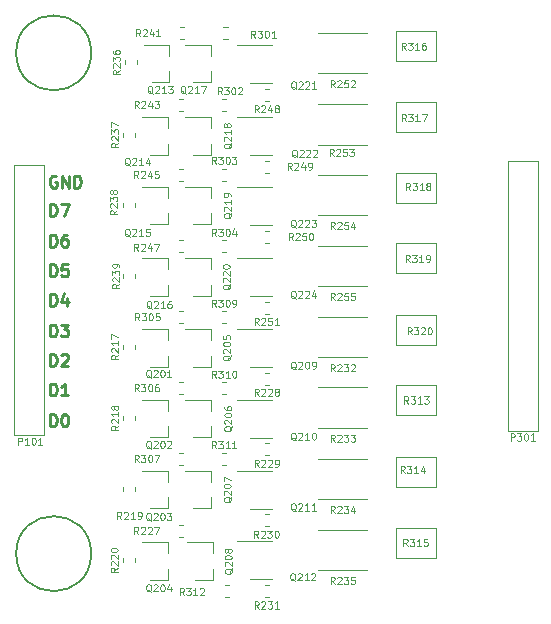
<source format=gto>
%TF.GenerationSoftware,KiCad,Pcbnew,(5.1.8)-1*%
%TF.CreationDate,2021-02-13T13:18:39-08:00*%
%TF.ProjectId,20210213_Projects_PassiveBalanceBoard,32303231-3032-4313-935f-50726f6a6563,A0*%
%TF.SameCoordinates,PX5b5cac0PY99e0170*%
%TF.FileFunction,Legend,Top*%
%TF.FilePolarity,Positive*%
%FSLAX46Y46*%
G04 Gerber Fmt 4.6, Leading zero omitted, Abs format (unit mm)*
G04 Created by KiCad (PCBNEW (5.1.8)-1) date 2021-02-13 13:18:39*
%MOMM*%
%LPD*%
G01*
G04 APERTURE LIST*
%ADD10C,0.250000*%
%ADD11C,0.150000*%
%ADD12C,0.120000*%
%ADD13C,0.100000*%
G04 APERTURE END LIST*
D10*
X3724404Y38300000D02*
X3629166Y38347620D01*
X3486309Y38347620D01*
X3343452Y38300000D01*
X3248214Y38204762D01*
X3200595Y38109524D01*
X3152976Y37919048D01*
X3152976Y37776191D01*
X3200595Y37585715D01*
X3248214Y37490477D01*
X3343452Y37395239D01*
X3486309Y37347620D01*
X3581547Y37347620D01*
X3724404Y37395239D01*
X3772023Y37442858D01*
X3772023Y37776191D01*
X3581547Y37776191D01*
X4200595Y37347620D02*
X4200595Y38347620D01*
X4772023Y37347620D01*
X4772023Y38347620D01*
X5248214Y37347620D02*
X5248214Y38347620D01*
X5486309Y38347620D01*
X5629166Y38300000D01*
X5724404Y38204762D01*
X5772023Y38109524D01*
X5819642Y37919048D01*
X5819642Y37776191D01*
X5772023Y37585715D01*
X5724404Y37490477D01*
X5629166Y37395239D01*
X5486309Y37347620D01*
X5248214Y37347620D01*
X3200595Y34947620D02*
X3200595Y35947620D01*
X3438690Y35947620D01*
X3581547Y35900000D01*
X3676785Y35804762D01*
X3724404Y35709524D01*
X3772023Y35519048D01*
X3772023Y35376191D01*
X3724404Y35185715D01*
X3676785Y35090477D01*
X3581547Y34995239D01*
X3438690Y34947620D01*
X3200595Y34947620D01*
X4105357Y35947620D02*
X4772023Y35947620D01*
X4343452Y34947620D01*
X3200595Y32347620D02*
X3200595Y33347620D01*
X3438690Y33347620D01*
X3581547Y33300000D01*
X3676785Y33204762D01*
X3724404Y33109524D01*
X3772023Y32919048D01*
X3772023Y32776191D01*
X3724404Y32585715D01*
X3676785Y32490477D01*
X3581547Y32395239D01*
X3438690Y32347620D01*
X3200595Y32347620D01*
X4629166Y33347620D02*
X4438690Y33347620D01*
X4343452Y33300000D01*
X4295833Y33252381D01*
X4200595Y33109524D01*
X4152976Y32919048D01*
X4152976Y32538096D01*
X4200595Y32442858D01*
X4248214Y32395239D01*
X4343452Y32347620D01*
X4533928Y32347620D01*
X4629166Y32395239D01*
X4676785Y32442858D01*
X4724404Y32538096D01*
X4724404Y32776191D01*
X4676785Y32871429D01*
X4629166Y32919048D01*
X4533928Y32966667D01*
X4343452Y32966667D01*
X4248214Y32919048D01*
X4200595Y32871429D01*
X4152976Y32776191D01*
X3200595Y29847620D02*
X3200595Y30847620D01*
X3438690Y30847620D01*
X3581547Y30800000D01*
X3676785Y30704762D01*
X3724404Y30609524D01*
X3772023Y30419048D01*
X3772023Y30276191D01*
X3724404Y30085715D01*
X3676785Y29990477D01*
X3581547Y29895239D01*
X3438690Y29847620D01*
X3200595Y29847620D01*
X4676785Y30847620D02*
X4200595Y30847620D01*
X4152976Y30371429D01*
X4200595Y30419048D01*
X4295833Y30466667D01*
X4533928Y30466667D01*
X4629166Y30419048D01*
X4676785Y30371429D01*
X4724404Y30276191D01*
X4724404Y30038096D01*
X4676785Y29942858D01*
X4629166Y29895239D01*
X4533928Y29847620D01*
X4295833Y29847620D01*
X4200595Y29895239D01*
X4152976Y29942858D01*
X3200595Y27347620D02*
X3200595Y28347620D01*
X3438690Y28347620D01*
X3581547Y28300000D01*
X3676785Y28204762D01*
X3724404Y28109524D01*
X3772023Y27919048D01*
X3772023Y27776191D01*
X3724404Y27585715D01*
X3676785Y27490477D01*
X3581547Y27395239D01*
X3438690Y27347620D01*
X3200595Y27347620D01*
X4629166Y28014286D02*
X4629166Y27347620D01*
X4391071Y28395239D02*
X4152976Y27680953D01*
X4772023Y27680953D01*
X3200595Y24747620D02*
X3200595Y25747620D01*
X3438690Y25747620D01*
X3581547Y25700000D01*
X3676785Y25604762D01*
X3724404Y25509524D01*
X3772023Y25319048D01*
X3772023Y25176191D01*
X3724404Y24985715D01*
X3676785Y24890477D01*
X3581547Y24795239D01*
X3438690Y24747620D01*
X3200595Y24747620D01*
X4105357Y25747620D02*
X4724404Y25747620D01*
X4391071Y25366667D01*
X4533928Y25366667D01*
X4629166Y25319048D01*
X4676785Y25271429D01*
X4724404Y25176191D01*
X4724404Y24938096D01*
X4676785Y24842858D01*
X4629166Y24795239D01*
X4533928Y24747620D01*
X4248214Y24747620D01*
X4152976Y24795239D01*
X4105357Y24842858D01*
X3200595Y22247620D02*
X3200595Y23247620D01*
X3438690Y23247620D01*
X3581547Y23200000D01*
X3676785Y23104762D01*
X3724404Y23009524D01*
X3772023Y22819048D01*
X3772023Y22676191D01*
X3724404Y22485715D01*
X3676785Y22390477D01*
X3581547Y22295239D01*
X3438690Y22247620D01*
X3200595Y22247620D01*
X4152976Y23152381D02*
X4200595Y23200000D01*
X4295833Y23247620D01*
X4533928Y23247620D01*
X4629166Y23200000D01*
X4676785Y23152381D01*
X4724404Y23057143D01*
X4724404Y22961905D01*
X4676785Y22819048D01*
X4105357Y22247620D01*
X4724404Y22247620D01*
X3200595Y19747620D02*
X3200595Y20747620D01*
X3438690Y20747620D01*
X3581547Y20700000D01*
X3676785Y20604762D01*
X3724404Y20509524D01*
X3772023Y20319048D01*
X3772023Y20176191D01*
X3724404Y19985715D01*
X3676785Y19890477D01*
X3581547Y19795239D01*
X3438690Y19747620D01*
X3200595Y19747620D01*
X4724404Y19747620D02*
X4152976Y19747620D01*
X4438690Y19747620D02*
X4438690Y20747620D01*
X4343452Y20604762D01*
X4248214Y20509524D01*
X4152976Y20461905D01*
X3200595Y18152381D02*
X3200595Y17152381D01*
X3438690Y17152381D01*
X3581547Y17200000D01*
X3676785Y17295239D01*
X3724404Y17390477D01*
X3772023Y17580953D01*
X3772023Y17723810D01*
X3724404Y17914286D01*
X3676785Y18009524D01*
X3581547Y18104762D01*
X3438690Y18152381D01*
X3200595Y18152381D01*
X4391071Y17152381D02*
X4486309Y17152381D01*
X4581547Y17200000D01*
X4629166Y17247620D01*
X4676785Y17342858D01*
X4724404Y17533334D01*
X4724404Y17771429D01*
X4676785Y17961905D01*
X4629166Y18057143D01*
X4581547Y18104762D01*
X4486309Y18152381D01*
X4391071Y18152381D01*
X4295833Y18104762D01*
X4248214Y18057143D01*
X4200595Y17961905D01*
X4152976Y17771429D01*
X4152976Y17533334D01*
X4200595Y17342858D01*
X4248214Y17247620D01*
X4295833Y17200000D01*
X4391071Y17152381D01*
D11*
X6675000Y6350000D02*
G75*
G03*
X6675000Y6350000I-3175000J0D01*
G01*
X6675000Y48750000D02*
G75*
G03*
X6675000Y48750000I-3175000J0D01*
G01*
D12*
X30027064Y26385000D02*
X25922936Y26385000D01*
X30027064Y22965000D02*
X25922936Y22965000D01*
X44470000Y39630000D02*
X44470000Y16770000D01*
X44470000Y16770000D02*
X41930000Y16770000D01*
X41930000Y16770000D02*
X41930000Y39630000D01*
X41930000Y39630000D02*
X44470000Y39630000D01*
X13160000Y22195000D02*
X11700000Y22195000D01*
X13160000Y25355000D02*
X11000000Y25355000D01*
X13160000Y25355000D02*
X13160000Y24425000D01*
X13160000Y22195000D02*
X13160000Y23125000D01*
X13160000Y16195000D02*
X11700000Y16195000D01*
X13160000Y19355000D02*
X11000000Y19355000D01*
X13160000Y19355000D02*
X13160000Y18425000D01*
X13160000Y16195000D02*
X13160000Y17125000D01*
X13160000Y10195000D02*
X11700000Y10195000D01*
X13160000Y13355000D02*
X11000000Y13355000D01*
X13160000Y13355000D02*
X13160000Y12425000D01*
X13160000Y10195000D02*
X13160000Y11125000D01*
X13160000Y4145000D02*
X11700000Y4145000D01*
X13160000Y7305000D02*
X11000000Y7305000D01*
X13160000Y7305000D02*
X13160000Y6375000D01*
X13160000Y4145000D02*
X13160000Y5075000D01*
X16785000Y22195000D02*
X16785000Y23125000D01*
X16785000Y25355000D02*
X16785000Y24425000D01*
X16785000Y25355000D02*
X14625000Y25355000D01*
X16785000Y22195000D02*
X15325000Y22195000D01*
X16785000Y16195000D02*
X15325000Y16195000D01*
X16785000Y19355000D02*
X14625000Y19355000D01*
X16785000Y19355000D02*
X16785000Y18425000D01*
X16785000Y16195000D02*
X16785000Y17125000D01*
X16785000Y10195000D02*
X15325000Y10195000D01*
X16785000Y13355000D02*
X14625000Y13355000D01*
X16785000Y13355000D02*
X16785000Y12425000D01*
X16785000Y10195000D02*
X16785000Y11125000D01*
X16960000Y4145000D02*
X16960000Y5075000D01*
X16960000Y7305000D02*
X16960000Y6375000D01*
X16960000Y7305000D02*
X14800000Y7305000D01*
X16960000Y4145000D02*
X15500000Y4145000D01*
X21950000Y25385000D02*
X19000000Y25385000D01*
X20150000Y22165000D02*
X21950000Y22165000D01*
X21950000Y19385000D02*
X19000000Y19385000D01*
X20150000Y16165000D02*
X21950000Y16165000D01*
X20150000Y10165000D02*
X21950000Y10165000D01*
X21950000Y13385000D02*
X19000000Y13385000D01*
X21950000Y7385000D02*
X19000000Y7385000D01*
X20150000Y4165000D02*
X21950000Y4165000D01*
X13285000Y46295000D02*
X13285000Y47225000D01*
X13285000Y49455000D02*
X13285000Y48525000D01*
X13285000Y49455000D02*
X11125000Y49455000D01*
X13285000Y46295000D02*
X11825000Y46295000D01*
X13160000Y40145000D02*
X13160000Y41075000D01*
X13160000Y43305000D02*
X13160000Y42375000D01*
X13160000Y43305000D02*
X11000000Y43305000D01*
X13160000Y40145000D02*
X11700000Y40145000D01*
X13160000Y34245000D02*
X13160000Y35175000D01*
X13160000Y37405000D02*
X13160000Y36475000D01*
X13160000Y37405000D02*
X11000000Y37405000D01*
X13160000Y34245000D02*
X11700000Y34245000D01*
X13160000Y28195000D02*
X13160000Y29125000D01*
X13160000Y31355000D02*
X13160000Y30425000D01*
X13160000Y31355000D02*
X11000000Y31355000D01*
X13160000Y28195000D02*
X11700000Y28195000D01*
X16785000Y46295000D02*
X15325000Y46295000D01*
X16785000Y49455000D02*
X14625000Y49455000D01*
X16785000Y49455000D02*
X16785000Y48525000D01*
X16785000Y46295000D02*
X16785000Y47225000D01*
X16785000Y40145000D02*
X16785000Y41075000D01*
X16785000Y43305000D02*
X16785000Y42375000D01*
X16785000Y43305000D02*
X14625000Y43305000D01*
X16785000Y40145000D02*
X15325000Y40145000D01*
X16785000Y34245000D02*
X16785000Y35175000D01*
X16785000Y37405000D02*
X16785000Y36475000D01*
X16785000Y37405000D02*
X14625000Y37405000D01*
X16785000Y34245000D02*
X15325000Y34245000D01*
X16785000Y28195000D02*
X15325000Y28195000D01*
X16785000Y31355000D02*
X14625000Y31355000D01*
X16785000Y31355000D02*
X16785000Y30425000D01*
X16785000Y28195000D02*
X16785000Y29125000D01*
X21950000Y49385000D02*
X19000000Y49385000D01*
X20150000Y46165000D02*
X21950000Y46165000D01*
X20150000Y40115000D02*
X21950000Y40115000D01*
X21950000Y43335000D02*
X19000000Y43335000D01*
X20150000Y34165000D02*
X21950000Y34165000D01*
X21950000Y37385000D02*
X19000000Y37385000D01*
X20150000Y28165000D02*
X21950000Y28165000D01*
X21950000Y31385000D02*
X19000000Y31385000D01*
X10410000Y24021267D02*
X10410000Y23678733D01*
X9390000Y24021267D02*
X9390000Y23678733D01*
X9390000Y18021267D02*
X9390000Y17678733D01*
X10410000Y18021267D02*
X10410000Y17678733D01*
X10410000Y12021267D02*
X10410000Y11678733D01*
X9390000Y12021267D02*
X9390000Y11678733D01*
X10410000Y5971267D02*
X10410000Y5628733D01*
X9390000Y5971267D02*
X9390000Y5628733D01*
X21353733Y20665000D02*
X21696267Y20665000D01*
X21353733Y21685000D02*
X21696267Y21685000D01*
X21353733Y14665000D02*
X21696267Y14665000D01*
X21353733Y15685000D02*
X21696267Y15685000D01*
X21353733Y9685000D02*
X21696267Y9685000D01*
X21353733Y8665000D02*
X21696267Y8665000D01*
X21353733Y3685000D02*
X21696267Y3685000D01*
X21353733Y2665000D02*
X21696267Y2665000D01*
X9515000Y48121267D02*
X9515000Y47778733D01*
X10535000Y48121267D02*
X10535000Y47778733D01*
X10410000Y41971267D02*
X10410000Y41628733D01*
X9390000Y41971267D02*
X9390000Y41628733D01*
X9390000Y36071267D02*
X9390000Y35728733D01*
X10410000Y36071267D02*
X10410000Y35728733D01*
X10410000Y30021267D02*
X10410000Y29678733D01*
X9390000Y30021267D02*
X9390000Y29678733D01*
X14446267Y44860000D02*
X14103733Y44860000D01*
X14446267Y43840000D02*
X14103733Y43840000D01*
X14446267Y37915000D02*
X14103733Y37915000D01*
X14446267Y38935000D02*
X14103733Y38935000D01*
X14446267Y32885000D02*
X14103733Y32885000D01*
X14446267Y31865000D02*
X14103733Y31865000D01*
X21353733Y38615000D02*
X21696267Y38615000D01*
X21353733Y39635000D02*
X21696267Y39635000D01*
X21353733Y33685000D02*
X21696267Y33685000D01*
X21353733Y32665000D02*
X21696267Y32665000D01*
X21353733Y27685000D02*
X21696267Y27685000D01*
X21353733Y26665000D02*
X21696267Y26665000D01*
X30027064Y17015000D02*
X25922936Y17015000D01*
X30027064Y20435000D02*
X25922936Y20435000D01*
X30027064Y14385000D02*
X25922936Y14385000D01*
X30027064Y10965000D02*
X25922936Y10965000D01*
X30027064Y4965000D02*
X25922936Y4965000D01*
X30027064Y8385000D02*
X25922936Y8385000D01*
X30027064Y47015000D02*
X25922936Y47015000D01*
X30027064Y50435000D02*
X25922936Y50435000D01*
X30027064Y44385000D02*
X25922936Y44385000D01*
X30027064Y40965000D02*
X25922936Y40965000D01*
X30027064Y38435000D02*
X25922936Y38435000D01*
X30027064Y35015000D02*
X25922936Y35015000D01*
X30027064Y29015000D02*
X25922936Y29015000D01*
X30027064Y32435000D02*
X25922936Y32435000D01*
X17878733Y49890000D02*
X18221267Y49890000D01*
X17878733Y50910000D02*
X18221267Y50910000D01*
X17753733Y44885000D02*
X18096267Y44885000D01*
X17753733Y43865000D02*
X18096267Y43865000D01*
X17753733Y37915000D02*
X18096267Y37915000D01*
X17753733Y38935000D02*
X18096267Y38935000D01*
X17753733Y32885000D02*
X18096267Y32885000D01*
X17753733Y31865000D02*
X18096267Y31865000D01*
X14446267Y26885000D02*
X14103733Y26885000D01*
X14446267Y25865000D02*
X14103733Y25865000D01*
X14446267Y20885000D02*
X14103733Y20885000D01*
X14446267Y19865000D02*
X14103733Y19865000D01*
X14446267Y14885000D02*
X14103733Y14885000D01*
X14446267Y13865000D02*
X14103733Y13865000D01*
X17753733Y26885000D02*
X18096267Y26885000D01*
X17753733Y25865000D02*
X18096267Y25865000D01*
X17753733Y20885000D02*
X18096267Y20885000D01*
X17753733Y19865000D02*
X18096267Y19865000D01*
X17753733Y14885000D02*
X18096267Y14885000D01*
X17753733Y13865000D02*
X18096267Y13865000D01*
X130000Y39280000D02*
X2670000Y39280000D01*
X130000Y16420000D02*
X130000Y39280000D01*
X2670000Y16420000D02*
X130000Y16420000D01*
X2670000Y39280000D02*
X2670000Y16420000D01*
X14446267Y7765000D02*
X14103733Y7765000D01*
X14446267Y8785000D02*
X14103733Y8785000D01*
X14571267Y49915000D02*
X14228733Y49915000D01*
X14571267Y50935000D02*
X14228733Y50935000D01*
X21353733Y44665000D02*
X21696267Y44665000D01*
X21353733Y45685000D02*
X21696267Y45685000D01*
X17978733Y2665000D02*
X18321267Y2665000D01*
X17978733Y3685000D02*
X18321267Y3685000D01*
X35914500Y18055000D02*
X35914500Y20595000D01*
X35914500Y20595000D02*
X32612500Y20595000D01*
X32549000Y20595000D02*
X32485500Y20595000D01*
X32485500Y20595000D02*
X32485500Y18055000D01*
X32485500Y18055000D02*
X35914500Y18055000D01*
X32485500Y12005000D02*
X35914500Y12005000D01*
X32485500Y14545000D02*
X32485500Y12005000D01*
X32549000Y14545000D02*
X32485500Y14545000D01*
X35914500Y14545000D02*
X32612500Y14545000D01*
X35914500Y12005000D02*
X35914500Y14545000D01*
X35914500Y6005000D02*
X35914500Y8545000D01*
X35914500Y8545000D02*
X32612500Y8545000D01*
X32549000Y8545000D02*
X32485500Y8545000D01*
X32485500Y8545000D02*
X32485500Y6005000D01*
X32485500Y6005000D02*
X35914500Y6005000D01*
X32485500Y48055000D02*
X35914500Y48055000D01*
X32485500Y50595000D02*
X32485500Y48055000D01*
X32549000Y50595000D02*
X32485500Y50595000D01*
X35914500Y50595000D02*
X32612500Y50595000D01*
X35914500Y48055000D02*
X35914500Y50595000D01*
X35914500Y42030000D02*
X35914500Y44570000D01*
X35914500Y44570000D02*
X32612500Y44570000D01*
X32549000Y44570000D02*
X32485500Y44570000D01*
X32485500Y44570000D02*
X32485500Y42030000D01*
X32485500Y42030000D02*
X35914500Y42030000D01*
X32485500Y36080000D02*
X35914500Y36080000D01*
X32485500Y38620000D02*
X32485500Y36080000D01*
X32549000Y38620000D02*
X32485500Y38620000D01*
X35914500Y38620000D02*
X32612500Y38620000D01*
X35914500Y36080000D02*
X35914500Y38620000D01*
X35914500Y30080000D02*
X35914500Y32620000D01*
X35914500Y32620000D02*
X32612500Y32620000D01*
X32549000Y32620000D02*
X32485500Y32620000D01*
X32485500Y32620000D02*
X32485500Y30080000D01*
X32485500Y30080000D02*
X35914500Y30080000D01*
X32485500Y24030000D02*
X35914500Y24030000D01*
X32485500Y26570000D02*
X32485500Y24030000D01*
X32549000Y26570000D02*
X32485500Y26570000D01*
X35914500Y26570000D02*
X32612500Y26570000D01*
X35914500Y24030000D02*
X35914500Y26570000D01*
D13*
X27303571Y21783572D02*
X27103571Y22069286D01*
X26960714Y21783572D02*
X26960714Y22383572D01*
X27189285Y22383572D01*
X27246428Y22355000D01*
X27275000Y22326429D01*
X27303571Y22269286D01*
X27303571Y22183572D01*
X27275000Y22126429D01*
X27246428Y22097858D01*
X27189285Y22069286D01*
X26960714Y22069286D01*
X27532142Y22326429D02*
X27560714Y22355000D01*
X27617857Y22383572D01*
X27760714Y22383572D01*
X27817857Y22355000D01*
X27846428Y22326429D01*
X27875000Y22269286D01*
X27875000Y22212143D01*
X27846428Y22126429D01*
X27503571Y21783572D01*
X27875000Y21783572D01*
X28075000Y22383572D02*
X28446428Y22383572D01*
X28246428Y22155000D01*
X28332142Y22155000D01*
X28389285Y22126429D01*
X28417857Y22097858D01*
X28446428Y22040715D01*
X28446428Y21897858D01*
X28417857Y21840715D01*
X28389285Y21812143D01*
X28332142Y21783572D01*
X28160714Y21783572D01*
X28103571Y21812143D01*
X28075000Y21840715D01*
X28675000Y22326429D02*
X28703571Y22355000D01*
X28760714Y22383572D01*
X28903571Y22383572D01*
X28960714Y22355000D01*
X28989285Y22326429D01*
X29017857Y22269286D01*
X29017857Y22212143D01*
X28989285Y22126429D01*
X28646428Y21783572D01*
X29017857Y21783572D01*
X42185714Y15928572D02*
X42185714Y16528572D01*
X42414285Y16528572D01*
X42471428Y16500000D01*
X42500000Y16471429D01*
X42528571Y16414286D01*
X42528571Y16328572D01*
X42500000Y16271429D01*
X42471428Y16242858D01*
X42414285Y16214286D01*
X42185714Y16214286D01*
X42728571Y16528572D02*
X43100000Y16528572D01*
X42900000Y16300000D01*
X42985714Y16300000D01*
X43042857Y16271429D01*
X43071428Y16242858D01*
X43100000Y16185715D01*
X43100000Y16042858D01*
X43071428Y15985715D01*
X43042857Y15957143D01*
X42985714Y15928572D01*
X42814285Y15928572D01*
X42757142Y15957143D01*
X42728571Y15985715D01*
X43471428Y16528572D02*
X43528571Y16528572D01*
X43585714Y16500000D01*
X43614285Y16471429D01*
X43642857Y16414286D01*
X43671428Y16300000D01*
X43671428Y16157143D01*
X43642857Y16042858D01*
X43614285Y15985715D01*
X43585714Y15957143D01*
X43528571Y15928572D01*
X43471428Y15928572D01*
X43414285Y15957143D01*
X43385714Y15985715D01*
X43357142Y16042858D01*
X43328571Y16157143D01*
X43328571Y16300000D01*
X43357142Y16414286D01*
X43385714Y16471429D01*
X43414285Y16500000D01*
X43471428Y16528572D01*
X44242857Y15928572D02*
X43900000Y15928572D01*
X44071428Y15928572D02*
X44071428Y16528572D01*
X44014285Y16442858D01*
X43957142Y16385715D01*
X43900000Y16357143D01*
X11771428Y21246429D02*
X11714285Y21275000D01*
X11657142Y21332143D01*
X11571428Y21417858D01*
X11514285Y21446429D01*
X11457142Y21446429D01*
X11485714Y21303572D02*
X11428571Y21332143D01*
X11371428Y21389286D01*
X11342857Y21503572D01*
X11342857Y21703572D01*
X11371428Y21817858D01*
X11428571Y21875000D01*
X11485714Y21903572D01*
X11600000Y21903572D01*
X11657142Y21875000D01*
X11714285Y21817858D01*
X11742857Y21703572D01*
X11742857Y21503572D01*
X11714285Y21389286D01*
X11657142Y21332143D01*
X11600000Y21303572D01*
X11485714Y21303572D01*
X11971428Y21846429D02*
X12000000Y21875000D01*
X12057142Y21903572D01*
X12200000Y21903572D01*
X12257142Y21875000D01*
X12285714Y21846429D01*
X12314285Y21789286D01*
X12314285Y21732143D01*
X12285714Y21646429D01*
X11942857Y21303572D01*
X12314285Y21303572D01*
X12685714Y21903572D02*
X12742857Y21903572D01*
X12800000Y21875000D01*
X12828571Y21846429D01*
X12857142Y21789286D01*
X12885714Y21675000D01*
X12885714Y21532143D01*
X12857142Y21417858D01*
X12828571Y21360715D01*
X12800000Y21332143D01*
X12742857Y21303572D01*
X12685714Y21303572D01*
X12628571Y21332143D01*
X12600000Y21360715D01*
X12571428Y21417858D01*
X12542857Y21532143D01*
X12542857Y21675000D01*
X12571428Y21789286D01*
X12600000Y21846429D01*
X12628571Y21875000D01*
X12685714Y21903572D01*
X13457142Y21303572D02*
X13114285Y21303572D01*
X13285714Y21303572D02*
X13285714Y21903572D01*
X13228571Y21817858D01*
X13171428Y21760715D01*
X13114285Y21732143D01*
X11771428Y15246429D02*
X11714285Y15275000D01*
X11657142Y15332143D01*
X11571428Y15417858D01*
X11514285Y15446429D01*
X11457142Y15446429D01*
X11485714Y15303572D02*
X11428571Y15332143D01*
X11371428Y15389286D01*
X11342857Y15503572D01*
X11342857Y15703572D01*
X11371428Y15817858D01*
X11428571Y15875000D01*
X11485714Y15903572D01*
X11600000Y15903572D01*
X11657142Y15875000D01*
X11714285Y15817858D01*
X11742857Y15703572D01*
X11742857Y15503572D01*
X11714285Y15389286D01*
X11657142Y15332143D01*
X11600000Y15303572D01*
X11485714Y15303572D01*
X11971428Y15846429D02*
X12000000Y15875000D01*
X12057142Y15903572D01*
X12200000Y15903572D01*
X12257142Y15875000D01*
X12285714Y15846429D01*
X12314285Y15789286D01*
X12314285Y15732143D01*
X12285714Y15646429D01*
X11942857Y15303572D01*
X12314285Y15303572D01*
X12685714Y15903572D02*
X12742857Y15903572D01*
X12800000Y15875000D01*
X12828571Y15846429D01*
X12857142Y15789286D01*
X12885714Y15675000D01*
X12885714Y15532143D01*
X12857142Y15417858D01*
X12828571Y15360715D01*
X12800000Y15332143D01*
X12742857Y15303572D01*
X12685714Y15303572D01*
X12628571Y15332143D01*
X12600000Y15360715D01*
X12571428Y15417858D01*
X12542857Y15532143D01*
X12542857Y15675000D01*
X12571428Y15789286D01*
X12600000Y15846429D01*
X12628571Y15875000D01*
X12685714Y15903572D01*
X13114285Y15846429D02*
X13142857Y15875000D01*
X13200000Y15903572D01*
X13342857Y15903572D01*
X13400000Y15875000D01*
X13428571Y15846429D01*
X13457142Y15789286D01*
X13457142Y15732143D01*
X13428571Y15646429D01*
X13085714Y15303572D01*
X13457142Y15303572D01*
X11771428Y9146429D02*
X11714285Y9175000D01*
X11657142Y9232143D01*
X11571428Y9317858D01*
X11514285Y9346429D01*
X11457142Y9346429D01*
X11485714Y9203572D02*
X11428571Y9232143D01*
X11371428Y9289286D01*
X11342857Y9403572D01*
X11342857Y9603572D01*
X11371428Y9717858D01*
X11428571Y9775000D01*
X11485714Y9803572D01*
X11600000Y9803572D01*
X11657142Y9775000D01*
X11714285Y9717858D01*
X11742857Y9603572D01*
X11742857Y9403572D01*
X11714285Y9289286D01*
X11657142Y9232143D01*
X11600000Y9203572D01*
X11485714Y9203572D01*
X11971428Y9746429D02*
X12000000Y9775000D01*
X12057142Y9803572D01*
X12200000Y9803572D01*
X12257142Y9775000D01*
X12285714Y9746429D01*
X12314285Y9689286D01*
X12314285Y9632143D01*
X12285714Y9546429D01*
X11942857Y9203572D01*
X12314285Y9203572D01*
X12685714Y9803572D02*
X12742857Y9803572D01*
X12800000Y9775000D01*
X12828571Y9746429D01*
X12857142Y9689286D01*
X12885714Y9575000D01*
X12885714Y9432143D01*
X12857142Y9317858D01*
X12828571Y9260715D01*
X12800000Y9232143D01*
X12742857Y9203572D01*
X12685714Y9203572D01*
X12628571Y9232143D01*
X12600000Y9260715D01*
X12571428Y9317858D01*
X12542857Y9432143D01*
X12542857Y9575000D01*
X12571428Y9689286D01*
X12600000Y9746429D01*
X12628571Y9775000D01*
X12685714Y9803572D01*
X13085714Y9803572D02*
X13457142Y9803572D01*
X13257142Y9575000D01*
X13342857Y9575000D01*
X13400000Y9546429D01*
X13428571Y9517858D01*
X13457142Y9460715D01*
X13457142Y9317858D01*
X13428571Y9260715D01*
X13400000Y9232143D01*
X13342857Y9203572D01*
X13171428Y9203572D01*
X13114285Y9232143D01*
X13085714Y9260715D01*
X11771428Y3096429D02*
X11714285Y3125000D01*
X11657142Y3182143D01*
X11571428Y3267858D01*
X11514285Y3296429D01*
X11457142Y3296429D01*
X11485714Y3153572D02*
X11428571Y3182143D01*
X11371428Y3239286D01*
X11342857Y3353572D01*
X11342857Y3553572D01*
X11371428Y3667858D01*
X11428571Y3725000D01*
X11485714Y3753572D01*
X11600000Y3753572D01*
X11657142Y3725000D01*
X11714285Y3667858D01*
X11742857Y3553572D01*
X11742857Y3353572D01*
X11714285Y3239286D01*
X11657142Y3182143D01*
X11600000Y3153572D01*
X11485714Y3153572D01*
X11971428Y3696429D02*
X12000000Y3725000D01*
X12057142Y3753572D01*
X12200000Y3753572D01*
X12257142Y3725000D01*
X12285714Y3696429D01*
X12314285Y3639286D01*
X12314285Y3582143D01*
X12285714Y3496429D01*
X11942857Y3153572D01*
X12314285Y3153572D01*
X12685714Y3753572D02*
X12742857Y3753572D01*
X12800000Y3725000D01*
X12828571Y3696429D01*
X12857142Y3639286D01*
X12885714Y3525000D01*
X12885714Y3382143D01*
X12857142Y3267858D01*
X12828571Y3210715D01*
X12800000Y3182143D01*
X12742857Y3153572D01*
X12685714Y3153572D01*
X12628571Y3182143D01*
X12600000Y3210715D01*
X12571428Y3267858D01*
X12542857Y3382143D01*
X12542857Y3525000D01*
X12571428Y3639286D01*
X12600000Y3696429D01*
X12628571Y3725000D01*
X12685714Y3753572D01*
X13400000Y3553572D02*
X13400000Y3153572D01*
X13257142Y3782143D02*
X13114285Y3353572D01*
X13485714Y3353572D01*
X18503571Y23146429D02*
X18475000Y23089286D01*
X18417857Y23032143D01*
X18332142Y22946429D01*
X18303571Y22889286D01*
X18303571Y22832143D01*
X18446428Y22860715D02*
X18417857Y22803572D01*
X18360714Y22746429D01*
X18246428Y22717858D01*
X18046428Y22717858D01*
X17932142Y22746429D01*
X17875000Y22803572D01*
X17846428Y22860715D01*
X17846428Y22975000D01*
X17875000Y23032143D01*
X17932142Y23089286D01*
X18046428Y23117858D01*
X18246428Y23117858D01*
X18360714Y23089286D01*
X18417857Y23032143D01*
X18446428Y22975000D01*
X18446428Y22860715D01*
X17903571Y23346429D02*
X17875000Y23375000D01*
X17846428Y23432143D01*
X17846428Y23575000D01*
X17875000Y23632143D01*
X17903571Y23660715D01*
X17960714Y23689286D01*
X18017857Y23689286D01*
X18103571Y23660715D01*
X18446428Y23317858D01*
X18446428Y23689286D01*
X17846428Y24060715D02*
X17846428Y24117858D01*
X17875000Y24175000D01*
X17903571Y24203572D01*
X17960714Y24232143D01*
X18075000Y24260715D01*
X18217857Y24260715D01*
X18332142Y24232143D01*
X18389285Y24203572D01*
X18417857Y24175000D01*
X18446428Y24117858D01*
X18446428Y24060715D01*
X18417857Y24003572D01*
X18389285Y23975000D01*
X18332142Y23946429D01*
X18217857Y23917858D01*
X18075000Y23917858D01*
X17960714Y23946429D01*
X17903571Y23975000D01*
X17875000Y24003572D01*
X17846428Y24060715D01*
X17846428Y24803572D02*
X17846428Y24517858D01*
X18132142Y24489286D01*
X18103571Y24517858D01*
X18075000Y24575000D01*
X18075000Y24717858D01*
X18103571Y24775000D01*
X18132142Y24803572D01*
X18189285Y24832143D01*
X18332142Y24832143D01*
X18389285Y24803572D01*
X18417857Y24775000D01*
X18446428Y24717858D01*
X18446428Y24575000D01*
X18417857Y24517858D01*
X18389285Y24489286D01*
X18603571Y17146429D02*
X18575000Y17089286D01*
X18517857Y17032143D01*
X18432142Y16946429D01*
X18403571Y16889286D01*
X18403571Y16832143D01*
X18546428Y16860715D02*
X18517857Y16803572D01*
X18460714Y16746429D01*
X18346428Y16717858D01*
X18146428Y16717858D01*
X18032142Y16746429D01*
X17975000Y16803572D01*
X17946428Y16860715D01*
X17946428Y16975000D01*
X17975000Y17032143D01*
X18032142Y17089286D01*
X18146428Y17117858D01*
X18346428Y17117858D01*
X18460714Y17089286D01*
X18517857Y17032143D01*
X18546428Y16975000D01*
X18546428Y16860715D01*
X18003571Y17346429D02*
X17975000Y17375000D01*
X17946428Y17432143D01*
X17946428Y17575000D01*
X17975000Y17632143D01*
X18003571Y17660715D01*
X18060714Y17689286D01*
X18117857Y17689286D01*
X18203571Y17660715D01*
X18546428Y17317858D01*
X18546428Y17689286D01*
X17946428Y18060715D02*
X17946428Y18117858D01*
X17975000Y18175000D01*
X18003571Y18203572D01*
X18060714Y18232143D01*
X18175000Y18260715D01*
X18317857Y18260715D01*
X18432142Y18232143D01*
X18489285Y18203572D01*
X18517857Y18175000D01*
X18546428Y18117858D01*
X18546428Y18060715D01*
X18517857Y18003572D01*
X18489285Y17975000D01*
X18432142Y17946429D01*
X18317857Y17917858D01*
X18175000Y17917858D01*
X18060714Y17946429D01*
X18003571Y17975000D01*
X17975000Y18003572D01*
X17946428Y18060715D01*
X17946428Y18775000D02*
X17946428Y18660715D01*
X17975000Y18603572D01*
X18003571Y18575000D01*
X18089285Y18517858D01*
X18203571Y18489286D01*
X18432142Y18489286D01*
X18489285Y18517858D01*
X18517857Y18546429D01*
X18546428Y18603572D01*
X18546428Y18717858D01*
X18517857Y18775000D01*
X18489285Y18803572D01*
X18432142Y18832143D01*
X18289285Y18832143D01*
X18232142Y18803572D01*
X18203571Y18775000D01*
X18175000Y18717858D01*
X18175000Y18603572D01*
X18203571Y18546429D01*
X18232142Y18517858D01*
X18289285Y18489286D01*
X18553571Y11146429D02*
X18525000Y11089286D01*
X18467857Y11032143D01*
X18382142Y10946429D01*
X18353571Y10889286D01*
X18353571Y10832143D01*
X18496428Y10860715D02*
X18467857Y10803572D01*
X18410714Y10746429D01*
X18296428Y10717858D01*
X18096428Y10717858D01*
X17982142Y10746429D01*
X17925000Y10803572D01*
X17896428Y10860715D01*
X17896428Y10975000D01*
X17925000Y11032143D01*
X17982142Y11089286D01*
X18096428Y11117858D01*
X18296428Y11117858D01*
X18410714Y11089286D01*
X18467857Y11032143D01*
X18496428Y10975000D01*
X18496428Y10860715D01*
X17953571Y11346429D02*
X17925000Y11375000D01*
X17896428Y11432143D01*
X17896428Y11575000D01*
X17925000Y11632143D01*
X17953571Y11660715D01*
X18010714Y11689286D01*
X18067857Y11689286D01*
X18153571Y11660715D01*
X18496428Y11317858D01*
X18496428Y11689286D01*
X17896428Y12060715D02*
X17896428Y12117858D01*
X17925000Y12175000D01*
X17953571Y12203572D01*
X18010714Y12232143D01*
X18125000Y12260715D01*
X18267857Y12260715D01*
X18382142Y12232143D01*
X18439285Y12203572D01*
X18467857Y12175000D01*
X18496428Y12117858D01*
X18496428Y12060715D01*
X18467857Y12003572D01*
X18439285Y11975000D01*
X18382142Y11946429D01*
X18267857Y11917858D01*
X18125000Y11917858D01*
X18010714Y11946429D01*
X17953571Y11975000D01*
X17925000Y12003572D01*
X17896428Y12060715D01*
X17896428Y12460715D02*
X17896428Y12860715D01*
X18496428Y12603572D01*
X18628571Y5096429D02*
X18600000Y5039286D01*
X18542857Y4982143D01*
X18457142Y4896429D01*
X18428571Y4839286D01*
X18428571Y4782143D01*
X18571428Y4810715D02*
X18542857Y4753572D01*
X18485714Y4696429D01*
X18371428Y4667858D01*
X18171428Y4667858D01*
X18057142Y4696429D01*
X18000000Y4753572D01*
X17971428Y4810715D01*
X17971428Y4925000D01*
X18000000Y4982143D01*
X18057142Y5039286D01*
X18171428Y5067858D01*
X18371428Y5067858D01*
X18485714Y5039286D01*
X18542857Y4982143D01*
X18571428Y4925000D01*
X18571428Y4810715D01*
X18028571Y5296429D02*
X18000000Y5325000D01*
X17971428Y5382143D01*
X17971428Y5525000D01*
X18000000Y5582143D01*
X18028571Y5610715D01*
X18085714Y5639286D01*
X18142857Y5639286D01*
X18228571Y5610715D01*
X18571428Y5267858D01*
X18571428Y5639286D01*
X17971428Y6010715D02*
X17971428Y6067858D01*
X18000000Y6125000D01*
X18028571Y6153572D01*
X18085714Y6182143D01*
X18200000Y6210715D01*
X18342857Y6210715D01*
X18457142Y6182143D01*
X18514285Y6153572D01*
X18542857Y6125000D01*
X18571428Y6067858D01*
X18571428Y6010715D01*
X18542857Y5953572D01*
X18514285Y5925000D01*
X18457142Y5896429D01*
X18342857Y5867858D01*
X18200000Y5867858D01*
X18085714Y5896429D01*
X18028571Y5925000D01*
X18000000Y5953572D01*
X17971428Y6010715D01*
X18228571Y6553572D02*
X18200000Y6496429D01*
X18171428Y6467858D01*
X18114285Y6439286D01*
X18085714Y6439286D01*
X18028571Y6467858D01*
X18000000Y6496429D01*
X17971428Y6553572D01*
X17971428Y6667858D01*
X18000000Y6725000D01*
X18028571Y6753572D01*
X18085714Y6782143D01*
X18114285Y6782143D01*
X18171428Y6753572D01*
X18200000Y6725000D01*
X18228571Y6667858D01*
X18228571Y6553572D01*
X18257142Y6496429D01*
X18285714Y6467858D01*
X18342857Y6439286D01*
X18457142Y6439286D01*
X18514285Y6467858D01*
X18542857Y6496429D01*
X18571428Y6553572D01*
X18571428Y6667858D01*
X18542857Y6725000D01*
X18514285Y6753572D01*
X18457142Y6782143D01*
X18342857Y6782143D01*
X18285714Y6753572D01*
X18257142Y6725000D01*
X18228571Y6667858D01*
X24021428Y21946429D02*
X23964285Y21975000D01*
X23907142Y22032143D01*
X23821428Y22117858D01*
X23764285Y22146429D01*
X23707142Y22146429D01*
X23735714Y22003572D02*
X23678571Y22032143D01*
X23621428Y22089286D01*
X23592857Y22203572D01*
X23592857Y22403572D01*
X23621428Y22517858D01*
X23678571Y22575000D01*
X23735714Y22603572D01*
X23850000Y22603572D01*
X23907142Y22575000D01*
X23964285Y22517858D01*
X23992857Y22403572D01*
X23992857Y22203572D01*
X23964285Y22089286D01*
X23907142Y22032143D01*
X23850000Y22003572D01*
X23735714Y22003572D01*
X24221428Y22546429D02*
X24250000Y22575000D01*
X24307142Y22603572D01*
X24450000Y22603572D01*
X24507142Y22575000D01*
X24535714Y22546429D01*
X24564285Y22489286D01*
X24564285Y22432143D01*
X24535714Y22346429D01*
X24192857Y22003572D01*
X24564285Y22003572D01*
X24935714Y22603572D02*
X24992857Y22603572D01*
X25050000Y22575000D01*
X25078571Y22546429D01*
X25107142Y22489286D01*
X25135714Y22375000D01*
X25135714Y22232143D01*
X25107142Y22117858D01*
X25078571Y22060715D01*
X25050000Y22032143D01*
X24992857Y22003572D01*
X24935714Y22003572D01*
X24878571Y22032143D01*
X24850000Y22060715D01*
X24821428Y22117858D01*
X24792857Y22232143D01*
X24792857Y22375000D01*
X24821428Y22489286D01*
X24850000Y22546429D01*
X24878571Y22575000D01*
X24935714Y22603572D01*
X25421428Y22003572D02*
X25535714Y22003572D01*
X25592857Y22032143D01*
X25621428Y22060715D01*
X25678571Y22146429D01*
X25707142Y22260715D01*
X25707142Y22489286D01*
X25678571Y22546429D01*
X25650000Y22575000D01*
X25592857Y22603572D01*
X25478571Y22603572D01*
X25421428Y22575000D01*
X25392857Y22546429D01*
X25364285Y22489286D01*
X25364285Y22346429D01*
X25392857Y22289286D01*
X25421428Y22260715D01*
X25478571Y22232143D01*
X25592857Y22232143D01*
X25650000Y22260715D01*
X25678571Y22289286D01*
X25707142Y22346429D01*
X24021428Y15946429D02*
X23964285Y15975000D01*
X23907142Y16032143D01*
X23821428Y16117858D01*
X23764285Y16146429D01*
X23707142Y16146429D01*
X23735714Y16003572D02*
X23678571Y16032143D01*
X23621428Y16089286D01*
X23592857Y16203572D01*
X23592857Y16403572D01*
X23621428Y16517858D01*
X23678571Y16575000D01*
X23735714Y16603572D01*
X23850000Y16603572D01*
X23907142Y16575000D01*
X23964285Y16517858D01*
X23992857Y16403572D01*
X23992857Y16203572D01*
X23964285Y16089286D01*
X23907142Y16032143D01*
X23850000Y16003572D01*
X23735714Y16003572D01*
X24221428Y16546429D02*
X24250000Y16575000D01*
X24307142Y16603572D01*
X24450000Y16603572D01*
X24507142Y16575000D01*
X24535714Y16546429D01*
X24564285Y16489286D01*
X24564285Y16432143D01*
X24535714Y16346429D01*
X24192857Y16003572D01*
X24564285Y16003572D01*
X25135714Y16003572D02*
X24792857Y16003572D01*
X24964285Y16003572D02*
X24964285Y16603572D01*
X24907142Y16517858D01*
X24850000Y16460715D01*
X24792857Y16432143D01*
X25507142Y16603572D02*
X25564285Y16603572D01*
X25621428Y16575000D01*
X25650000Y16546429D01*
X25678571Y16489286D01*
X25707142Y16375000D01*
X25707142Y16232143D01*
X25678571Y16117858D01*
X25650000Y16060715D01*
X25621428Y16032143D01*
X25564285Y16003572D01*
X25507142Y16003572D01*
X25450000Y16032143D01*
X25421428Y16060715D01*
X25392857Y16117858D01*
X25364285Y16232143D01*
X25364285Y16375000D01*
X25392857Y16489286D01*
X25421428Y16546429D01*
X25450000Y16575000D01*
X25507142Y16603572D01*
X24021428Y9946429D02*
X23964285Y9975000D01*
X23907142Y10032143D01*
X23821428Y10117858D01*
X23764285Y10146429D01*
X23707142Y10146429D01*
X23735714Y10003572D02*
X23678571Y10032143D01*
X23621428Y10089286D01*
X23592857Y10203572D01*
X23592857Y10403572D01*
X23621428Y10517858D01*
X23678571Y10575000D01*
X23735714Y10603572D01*
X23850000Y10603572D01*
X23907142Y10575000D01*
X23964285Y10517858D01*
X23992857Y10403572D01*
X23992857Y10203572D01*
X23964285Y10089286D01*
X23907142Y10032143D01*
X23850000Y10003572D01*
X23735714Y10003572D01*
X24221428Y10546429D02*
X24250000Y10575000D01*
X24307142Y10603572D01*
X24450000Y10603572D01*
X24507142Y10575000D01*
X24535714Y10546429D01*
X24564285Y10489286D01*
X24564285Y10432143D01*
X24535714Y10346429D01*
X24192857Y10003572D01*
X24564285Y10003572D01*
X25135714Y10003572D02*
X24792857Y10003572D01*
X24964285Y10003572D02*
X24964285Y10603572D01*
X24907142Y10517858D01*
X24850000Y10460715D01*
X24792857Y10432143D01*
X25707142Y10003572D02*
X25364285Y10003572D01*
X25535714Y10003572D02*
X25535714Y10603572D01*
X25478571Y10517858D01*
X25421428Y10460715D01*
X25364285Y10432143D01*
X23971428Y4021429D02*
X23914285Y4050000D01*
X23857142Y4107143D01*
X23771428Y4192858D01*
X23714285Y4221429D01*
X23657142Y4221429D01*
X23685714Y4078572D02*
X23628571Y4107143D01*
X23571428Y4164286D01*
X23542857Y4278572D01*
X23542857Y4478572D01*
X23571428Y4592858D01*
X23628571Y4650000D01*
X23685714Y4678572D01*
X23800000Y4678572D01*
X23857142Y4650000D01*
X23914285Y4592858D01*
X23942857Y4478572D01*
X23942857Y4278572D01*
X23914285Y4164286D01*
X23857142Y4107143D01*
X23800000Y4078572D01*
X23685714Y4078572D01*
X24171428Y4621429D02*
X24200000Y4650000D01*
X24257142Y4678572D01*
X24400000Y4678572D01*
X24457142Y4650000D01*
X24485714Y4621429D01*
X24514285Y4564286D01*
X24514285Y4507143D01*
X24485714Y4421429D01*
X24142857Y4078572D01*
X24514285Y4078572D01*
X25085714Y4078572D02*
X24742857Y4078572D01*
X24914285Y4078572D02*
X24914285Y4678572D01*
X24857142Y4592858D01*
X24800000Y4535715D01*
X24742857Y4507143D01*
X25314285Y4621429D02*
X25342857Y4650000D01*
X25400000Y4678572D01*
X25542857Y4678572D01*
X25600000Y4650000D01*
X25628571Y4621429D01*
X25657142Y4564286D01*
X25657142Y4507143D01*
X25628571Y4421429D01*
X25285714Y4078572D01*
X25657142Y4078572D01*
X11896428Y45296429D02*
X11839285Y45325000D01*
X11782142Y45382143D01*
X11696428Y45467858D01*
X11639285Y45496429D01*
X11582142Y45496429D01*
X11610714Y45353572D02*
X11553571Y45382143D01*
X11496428Y45439286D01*
X11467857Y45553572D01*
X11467857Y45753572D01*
X11496428Y45867858D01*
X11553571Y45925000D01*
X11610714Y45953572D01*
X11725000Y45953572D01*
X11782142Y45925000D01*
X11839285Y45867858D01*
X11867857Y45753572D01*
X11867857Y45553572D01*
X11839285Y45439286D01*
X11782142Y45382143D01*
X11725000Y45353572D01*
X11610714Y45353572D01*
X12096428Y45896429D02*
X12125000Y45925000D01*
X12182142Y45953572D01*
X12325000Y45953572D01*
X12382142Y45925000D01*
X12410714Y45896429D01*
X12439285Y45839286D01*
X12439285Y45782143D01*
X12410714Y45696429D01*
X12067857Y45353572D01*
X12439285Y45353572D01*
X13010714Y45353572D02*
X12667857Y45353572D01*
X12839285Y45353572D02*
X12839285Y45953572D01*
X12782142Y45867858D01*
X12725000Y45810715D01*
X12667857Y45782143D01*
X13210714Y45953572D02*
X13582142Y45953572D01*
X13382142Y45725000D01*
X13467857Y45725000D01*
X13525000Y45696429D01*
X13553571Y45667858D01*
X13582142Y45610715D01*
X13582142Y45467858D01*
X13553571Y45410715D01*
X13525000Y45382143D01*
X13467857Y45353572D01*
X13296428Y45353572D01*
X13239285Y45382143D01*
X13210714Y45410715D01*
X9971428Y39196429D02*
X9914285Y39225000D01*
X9857142Y39282143D01*
X9771428Y39367858D01*
X9714285Y39396429D01*
X9657142Y39396429D01*
X9685714Y39253572D02*
X9628571Y39282143D01*
X9571428Y39339286D01*
X9542857Y39453572D01*
X9542857Y39653572D01*
X9571428Y39767858D01*
X9628571Y39825000D01*
X9685714Y39853572D01*
X9800000Y39853572D01*
X9857142Y39825000D01*
X9914285Y39767858D01*
X9942857Y39653572D01*
X9942857Y39453572D01*
X9914285Y39339286D01*
X9857142Y39282143D01*
X9800000Y39253572D01*
X9685714Y39253572D01*
X10171428Y39796429D02*
X10200000Y39825000D01*
X10257142Y39853572D01*
X10400000Y39853572D01*
X10457142Y39825000D01*
X10485714Y39796429D01*
X10514285Y39739286D01*
X10514285Y39682143D01*
X10485714Y39596429D01*
X10142857Y39253572D01*
X10514285Y39253572D01*
X11085714Y39253572D02*
X10742857Y39253572D01*
X10914285Y39253572D02*
X10914285Y39853572D01*
X10857142Y39767858D01*
X10800000Y39710715D01*
X10742857Y39682143D01*
X11600000Y39653572D02*
X11600000Y39253572D01*
X11457142Y39882143D02*
X11314285Y39453572D01*
X11685714Y39453572D01*
X9971428Y33196429D02*
X9914285Y33225000D01*
X9857142Y33282143D01*
X9771428Y33367858D01*
X9714285Y33396429D01*
X9657142Y33396429D01*
X9685714Y33253572D02*
X9628571Y33282143D01*
X9571428Y33339286D01*
X9542857Y33453572D01*
X9542857Y33653572D01*
X9571428Y33767858D01*
X9628571Y33825000D01*
X9685714Y33853572D01*
X9800000Y33853572D01*
X9857142Y33825000D01*
X9914285Y33767858D01*
X9942857Y33653572D01*
X9942857Y33453572D01*
X9914285Y33339286D01*
X9857142Y33282143D01*
X9800000Y33253572D01*
X9685714Y33253572D01*
X10171428Y33796429D02*
X10200000Y33825000D01*
X10257142Y33853572D01*
X10400000Y33853572D01*
X10457142Y33825000D01*
X10485714Y33796429D01*
X10514285Y33739286D01*
X10514285Y33682143D01*
X10485714Y33596429D01*
X10142857Y33253572D01*
X10514285Y33253572D01*
X11085714Y33253572D02*
X10742857Y33253572D01*
X10914285Y33253572D02*
X10914285Y33853572D01*
X10857142Y33767858D01*
X10800000Y33710715D01*
X10742857Y33682143D01*
X11628571Y33853572D02*
X11342857Y33853572D01*
X11314285Y33567858D01*
X11342857Y33596429D01*
X11400000Y33625000D01*
X11542857Y33625000D01*
X11600000Y33596429D01*
X11628571Y33567858D01*
X11657142Y33510715D01*
X11657142Y33367858D01*
X11628571Y33310715D01*
X11600000Y33282143D01*
X11542857Y33253572D01*
X11400000Y33253572D01*
X11342857Y33282143D01*
X11314285Y33310715D01*
X11796428Y27096429D02*
X11739285Y27125000D01*
X11682142Y27182143D01*
X11596428Y27267858D01*
X11539285Y27296429D01*
X11482142Y27296429D01*
X11510714Y27153572D02*
X11453571Y27182143D01*
X11396428Y27239286D01*
X11367857Y27353572D01*
X11367857Y27553572D01*
X11396428Y27667858D01*
X11453571Y27725000D01*
X11510714Y27753572D01*
X11625000Y27753572D01*
X11682142Y27725000D01*
X11739285Y27667858D01*
X11767857Y27553572D01*
X11767857Y27353572D01*
X11739285Y27239286D01*
X11682142Y27182143D01*
X11625000Y27153572D01*
X11510714Y27153572D01*
X11996428Y27696429D02*
X12025000Y27725000D01*
X12082142Y27753572D01*
X12225000Y27753572D01*
X12282142Y27725000D01*
X12310714Y27696429D01*
X12339285Y27639286D01*
X12339285Y27582143D01*
X12310714Y27496429D01*
X11967857Y27153572D01*
X12339285Y27153572D01*
X12910714Y27153572D02*
X12567857Y27153572D01*
X12739285Y27153572D02*
X12739285Y27753572D01*
X12682142Y27667858D01*
X12625000Y27610715D01*
X12567857Y27582143D01*
X13425000Y27753572D02*
X13310714Y27753572D01*
X13253571Y27725000D01*
X13225000Y27696429D01*
X13167857Y27610715D01*
X13139285Y27496429D01*
X13139285Y27267858D01*
X13167857Y27210715D01*
X13196428Y27182143D01*
X13253571Y27153572D01*
X13367857Y27153572D01*
X13425000Y27182143D01*
X13453571Y27210715D01*
X13482142Y27267858D01*
X13482142Y27410715D01*
X13453571Y27467858D01*
X13425000Y27496429D01*
X13367857Y27525000D01*
X13253571Y27525000D01*
X13196428Y27496429D01*
X13167857Y27467858D01*
X13139285Y27410715D01*
X14671428Y45296429D02*
X14614285Y45325000D01*
X14557142Y45382143D01*
X14471428Y45467858D01*
X14414285Y45496429D01*
X14357142Y45496429D01*
X14385714Y45353572D02*
X14328571Y45382143D01*
X14271428Y45439286D01*
X14242857Y45553572D01*
X14242857Y45753572D01*
X14271428Y45867858D01*
X14328571Y45925000D01*
X14385714Y45953572D01*
X14500000Y45953572D01*
X14557142Y45925000D01*
X14614285Y45867858D01*
X14642857Y45753572D01*
X14642857Y45553572D01*
X14614285Y45439286D01*
X14557142Y45382143D01*
X14500000Y45353572D01*
X14385714Y45353572D01*
X14871428Y45896429D02*
X14900000Y45925000D01*
X14957142Y45953572D01*
X15100000Y45953572D01*
X15157142Y45925000D01*
X15185714Y45896429D01*
X15214285Y45839286D01*
X15214285Y45782143D01*
X15185714Y45696429D01*
X14842857Y45353572D01*
X15214285Y45353572D01*
X15785714Y45353572D02*
X15442857Y45353572D01*
X15614285Y45353572D02*
X15614285Y45953572D01*
X15557142Y45867858D01*
X15500000Y45810715D01*
X15442857Y45782143D01*
X15985714Y45953572D02*
X16385714Y45953572D01*
X16128571Y45353572D01*
X18553571Y41096429D02*
X18525000Y41039286D01*
X18467857Y40982143D01*
X18382142Y40896429D01*
X18353571Y40839286D01*
X18353571Y40782143D01*
X18496428Y40810715D02*
X18467857Y40753572D01*
X18410714Y40696429D01*
X18296428Y40667858D01*
X18096428Y40667858D01*
X17982142Y40696429D01*
X17925000Y40753572D01*
X17896428Y40810715D01*
X17896428Y40925000D01*
X17925000Y40982143D01*
X17982142Y41039286D01*
X18096428Y41067858D01*
X18296428Y41067858D01*
X18410714Y41039286D01*
X18467857Y40982143D01*
X18496428Y40925000D01*
X18496428Y40810715D01*
X17953571Y41296429D02*
X17925000Y41325000D01*
X17896428Y41382143D01*
X17896428Y41525000D01*
X17925000Y41582143D01*
X17953571Y41610715D01*
X18010714Y41639286D01*
X18067857Y41639286D01*
X18153571Y41610715D01*
X18496428Y41267858D01*
X18496428Y41639286D01*
X18496428Y42210715D02*
X18496428Y41867858D01*
X18496428Y42039286D02*
X17896428Y42039286D01*
X17982142Y41982143D01*
X18039285Y41925000D01*
X18067857Y41867858D01*
X18153571Y42553572D02*
X18125000Y42496429D01*
X18096428Y42467858D01*
X18039285Y42439286D01*
X18010714Y42439286D01*
X17953571Y42467858D01*
X17925000Y42496429D01*
X17896428Y42553572D01*
X17896428Y42667858D01*
X17925000Y42725000D01*
X17953571Y42753572D01*
X18010714Y42782143D01*
X18039285Y42782143D01*
X18096428Y42753572D01*
X18125000Y42725000D01*
X18153571Y42667858D01*
X18153571Y42553572D01*
X18182142Y42496429D01*
X18210714Y42467858D01*
X18267857Y42439286D01*
X18382142Y42439286D01*
X18439285Y42467858D01*
X18467857Y42496429D01*
X18496428Y42553572D01*
X18496428Y42667858D01*
X18467857Y42725000D01*
X18439285Y42753572D01*
X18382142Y42782143D01*
X18267857Y42782143D01*
X18210714Y42753572D01*
X18182142Y42725000D01*
X18153571Y42667858D01*
X18553571Y35196429D02*
X18525000Y35139286D01*
X18467857Y35082143D01*
X18382142Y34996429D01*
X18353571Y34939286D01*
X18353571Y34882143D01*
X18496428Y34910715D02*
X18467857Y34853572D01*
X18410714Y34796429D01*
X18296428Y34767858D01*
X18096428Y34767858D01*
X17982142Y34796429D01*
X17925000Y34853572D01*
X17896428Y34910715D01*
X17896428Y35025000D01*
X17925000Y35082143D01*
X17982142Y35139286D01*
X18096428Y35167858D01*
X18296428Y35167858D01*
X18410714Y35139286D01*
X18467857Y35082143D01*
X18496428Y35025000D01*
X18496428Y34910715D01*
X17953571Y35396429D02*
X17925000Y35425000D01*
X17896428Y35482143D01*
X17896428Y35625000D01*
X17925000Y35682143D01*
X17953571Y35710715D01*
X18010714Y35739286D01*
X18067857Y35739286D01*
X18153571Y35710715D01*
X18496428Y35367858D01*
X18496428Y35739286D01*
X18496428Y36310715D02*
X18496428Y35967858D01*
X18496428Y36139286D02*
X17896428Y36139286D01*
X17982142Y36082143D01*
X18039285Y36025000D01*
X18067857Y35967858D01*
X18496428Y36596429D02*
X18496428Y36710715D01*
X18467857Y36767858D01*
X18439285Y36796429D01*
X18353571Y36853572D01*
X18239285Y36882143D01*
X18010714Y36882143D01*
X17953571Y36853572D01*
X17925000Y36825000D01*
X17896428Y36767858D01*
X17896428Y36653572D01*
X17925000Y36596429D01*
X17953571Y36567858D01*
X18010714Y36539286D01*
X18153571Y36539286D01*
X18210714Y36567858D01*
X18239285Y36596429D01*
X18267857Y36653572D01*
X18267857Y36767858D01*
X18239285Y36825000D01*
X18210714Y36853572D01*
X18153571Y36882143D01*
X18453571Y29146429D02*
X18425000Y29089286D01*
X18367857Y29032143D01*
X18282142Y28946429D01*
X18253571Y28889286D01*
X18253571Y28832143D01*
X18396428Y28860715D02*
X18367857Y28803572D01*
X18310714Y28746429D01*
X18196428Y28717858D01*
X17996428Y28717858D01*
X17882142Y28746429D01*
X17825000Y28803572D01*
X17796428Y28860715D01*
X17796428Y28975000D01*
X17825000Y29032143D01*
X17882142Y29089286D01*
X17996428Y29117858D01*
X18196428Y29117858D01*
X18310714Y29089286D01*
X18367857Y29032143D01*
X18396428Y28975000D01*
X18396428Y28860715D01*
X17853571Y29346429D02*
X17825000Y29375000D01*
X17796428Y29432143D01*
X17796428Y29575000D01*
X17825000Y29632143D01*
X17853571Y29660715D01*
X17910714Y29689286D01*
X17967857Y29689286D01*
X18053571Y29660715D01*
X18396428Y29317858D01*
X18396428Y29689286D01*
X17853571Y29917858D02*
X17825000Y29946429D01*
X17796428Y30003572D01*
X17796428Y30146429D01*
X17825000Y30203572D01*
X17853571Y30232143D01*
X17910714Y30260715D01*
X17967857Y30260715D01*
X18053571Y30232143D01*
X18396428Y29889286D01*
X18396428Y30260715D01*
X17796428Y30632143D02*
X17796428Y30689286D01*
X17825000Y30746429D01*
X17853571Y30775000D01*
X17910714Y30803572D01*
X18025000Y30832143D01*
X18167857Y30832143D01*
X18282142Y30803572D01*
X18339285Y30775000D01*
X18367857Y30746429D01*
X18396428Y30689286D01*
X18396428Y30632143D01*
X18367857Y30575000D01*
X18339285Y30546429D01*
X18282142Y30517858D01*
X18167857Y30489286D01*
X18025000Y30489286D01*
X17910714Y30517858D01*
X17853571Y30546429D01*
X17825000Y30575000D01*
X17796428Y30632143D01*
X24046428Y45671429D02*
X23989285Y45700000D01*
X23932142Y45757143D01*
X23846428Y45842858D01*
X23789285Y45871429D01*
X23732142Y45871429D01*
X23760714Y45728572D02*
X23703571Y45757143D01*
X23646428Y45814286D01*
X23617857Y45928572D01*
X23617857Y46128572D01*
X23646428Y46242858D01*
X23703571Y46300000D01*
X23760714Y46328572D01*
X23875000Y46328572D01*
X23932142Y46300000D01*
X23989285Y46242858D01*
X24017857Y46128572D01*
X24017857Y45928572D01*
X23989285Y45814286D01*
X23932142Y45757143D01*
X23875000Y45728572D01*
X23760714Y45728572D01*
X24246428Y46271429D02*
X24275000Y46300000D01*
X24332142Y46328572D01*
X24475000Y46328572D01*
X24532142Y46300000D01*
X24560714Y46271429D01*
X24589285Y46214286D01*
X24589285Y46157143D01*
X24560714Y46071429D01*
X24217857Y45728572D01*
X24589285Y45728572D01*
X24817857Y46271429D02*
X24846428Y46300000D01*
X24903571Y46328572D01*
X25046428Y46328572D01*
X25103571Y46300000D01*
X25132142Y46271429D01*
X25160714Y46214286D01*
X25160714Y46157143D01*
X25132142Y46071429D01*
X24789285Y45728572D01*
X25160714Y45728572D01*
X25732142Y45728572D02*
X25389285Y45728572D01*
X25560714Y45728572D02*
X25560714Y46328572D01*
X25503571Y46242858D01*
X25446428Y46185715D01*
X25389285Y46157143D01*
X24121428Y39896429D02*
X24064285Y39925000D01*
X24007142Y39982143D01*
X23921428Y40067858D01*
X23864285Y40096429D01*
X23807142Y40096429D01*
X23835714Y39953572D02*
X23778571Y39982143D01*
X23721428Y40039286D01*
X23692857Y40153572D01*
X23692857Y40353572D01*
X23721428Y40467858D01*
X23778571Y40525000D01*
X23835714Y40553572D01*
X23950000Y40553572D01*
X24007142Y40525000D01*
X24064285Y40467858D01*
X24092857Y40353572D01*
X24092857Y40153572D01*
X24064285Y40039286D01*
X24007142Y39982143D01*
X23950000Y39953572D01*
X23835714Y39953572D01*
X24321428Y40496429D02*
X24350000Y40525000D01*
X24407142Y40553572D01*
X24550000Y40553572D01*
X24607142Y40525000D01*
X24635714Y40496429D01*
X24664285Y40439286D01*
X24664285Y40382143D01*
X24635714Y40296429D01*
X24292857Y39953572D01*
X24664285Y39953572D01*
X24892857Y40496429D02*
X24921428Y40525000D01*
X24978571Y40553572D01*
X25121428Y40553572D01*
X25178571Y40525000D01*
X25207142Y40496429D01*
X25235714Y40439286D01*
X25235714Y40382143D01*
X25207142Y40296429D01*
X24864285Y39953572D01*
X25235714Y39953572D01*
X25464285Y40496429D02*
X25492857Y40525000D01*
X25550000Y40553572D01*
X25692857Y40553572D01*
X25750000Y40525000D01*
X25778571Y40496429D01*
X25807142Y40439286D01*
X25807142Y40382143D01*
X25778571Y40296429D01*
X25435714Y39953572D01*
X25807142Y39953572D01*
X24021428Y33946429D02*
X23964285Y33975000D01*
X23907142Y34032143D01*
X23821428Y34117858D01*
X23764285Y34146429D01*
X23707142Y34146429D01*
X23735714Y34003572D02*
X23678571Y34032143D01*
X23621428Y34089286D01*
X23592857Y34203572D01*
X23592857Y34403572D01*
X23621428Y34517858D01*
X23678571Y34575000D01*
X23735714Y34603572D01*
X23850000Y34603572D01*
X23907142Y34575000D01*
X23964285Y34517858D01*
X23992857Y34403572D01*
X23992857Y34203572D01*
X23964285Y34089286D01*
X23907142Y34032143D01*
X23850000Y34003572D01*
X23735714Y34003572D01*
X24221428Y34546429D02*
X24250000Y34575000D01*
X24307142Y34603572D01*
X24450000Y34603572D01*
X24507142Y34575000D01*
X24535714Y34546429D01*
X24564285Y34489286D01*
X24564285Y34432143D01*
X24535714Y34346429D01*
X24192857Y34003572D01*
X24564285Y34003572D01*
X24792857Y34546429D02*
X24821428Y34575000D01*
X24878571Y34603572D01*
X25021428Y34603572D01*
X25078571Y34575000D01*
X25107142Y34546429D01*
X25135714Y34489286D01*
X25135714Y34432143D01*
X25107142Y34346429D01*
X24764285Y34003572D01*
X25135714Y34003572D01*
X25335714Y34603572D02*
X25707142Y34603572D01*
X25507142Y34375000D01*
X25592857Y34375000D01*
X25650000Y34346429D01*
X25678571Y34317858D01*
X25707142Y34260715D01*
X25707142Y34117858D01*
X25678571Y34060715D01*
X25650000Y34032143D01*
X25592857Y34003572D01*
X25421428Y34003572D01*
X25364285Y34032143D01*
X25335714Y34060715D01*
X24021428Y27946429D02*
X23964285Y27975000D01*
X23907142Y28032143D01*
X23821428Y28117858D01*
X23764285Y28146429D01*
X23707142Y28146429D01*
X23735714Y28003572D02*
X23678571Y28032143D01*
X23621428Y28089286D01*
X23592857Y28203572D01*
X23592857Y28403572D01*
X23621428Y28517858D01*
X23678571Y28575000D01*
X23735714Y28603572D01*
X23850000Y28603572D01*
X23907142Y28575000D01*
X23964285Y28517858D01*
X23992857Y28403572D01*
X23992857Y28203572D01*
X23964285Y28089286D01*
X23907142Y28032143D01*
X23850000Y28003572D01*
X23735714Y28003572D01*
X24221428Y28546429D02*
X24250000Y28575000D01*
X24307142Y28603572D01*
X24450000Y28603572D01*
X24507142Y28575000D01*
X24535714Y28546429D01*
X24564285Y28489286D01*
X24564285Y28432143D01*
X24535714Y28346429D01*
X24192857Y28003572D01*
X24564285Y28003572D01*
X24792857Y28546429D02*
X24821428Y28575000D01*
X24878571Y28603572D01*
X25021428Y28603572D01*
X25078571Y28575000D01*
X25107142Y28546429D01*
X25135714Y28489286D01*
X25135714Y28432143D01*
X25107142Y28346429D01*
X24764285Y28003572D01*
X25135714Y28003572D01*
X25650000Y28403572D02*
X25650000Y28003572D01*
X25507142Y28632143D02*
X25364285Y28203572D01*
X25735714Y28203572D01*
X8971428Y23178572D02*
X8685714Y22978572D01*
X8971428Y22835715D02*
X8371428Y22835715D01*
X8371428Y23064286D01*
X8400000Y23121429D01*
X8428571Y23150000D01*
X8485714Y23178572D01*
X8571428Y23178572D01*
X8628571Y23150000D01*
X8657142Y23121429D01*
X8685714Y23064286D01*
X8685714Y22835715D01*
X8428571Y23407143D02*
X8400000Y23435715D01*
X8371428Y23492858D01*
X8371428Y23635715D01*
X8400000Y23692858D01*
X8428571Y23721429D01*
X8485714Y23750000D01*
X8542857Y23750000D01*
X8628571Y23721429D01*
X8971428Y23378572D01*
X8971428Y23750000D01*
X8971428Y24321429D02*
X8971428Y23978572D01*
X8971428Y24150000D02*
X8371428Y24150000D01*
X8457142Y24092858D01*
X8514285Y24035715D01*
X8542857Y23978572D01*
X8371428Y24521429D02*
X8371428Y24921429D01*
X8971428Y24664286D01*
X8971428Y17178572D02*
X8685714Y16978572D01*
X8971428Y16835715D02*
X8371428Y16835715D01*
X8371428Y17064286D01*
X8400000Y17121429D01*
X8428571Y17150000D01*
X8485714Y17178572D01*
X8571428Y17178572D01*
X8628571Y17150000D01*
X8657142Y17121429D01*
X8685714Y17064286D01*
X8685714Y16835715D01*
X8428571Y17407143D02*
X8400000Y17435715D01*
X8371428Y17492858D01*
X8371428Y17635715D01*
X8400000Y17692858D01*
X8428571Y17721429D01*
X8485714Y17750000D01*
X8542857Y17750000D01*
X8628571Y17721429D01*
X8971428Y17378572D01*
X8971428Y17750000D01*
X8971428Y18321429D02*
X8971428Y17978572D01*
X8971428Y18150000D02*
X8371428Y18150000D01*
X8457142Y18092858D01*
X8514285Y18035715D01*
X8542857Y17978572D01*
X8628571Y18664286D02*
X8600000Y18607143D01*
X8571428Y18578572D01*
X8514285Y18550000D01*
X8485714Y18550000D01*
X8428571Y18578572D01*
X8400000Y18607143D01*
X8371428Y18664286D01*
X8371428Y18778572D01*
X8400000Y18835715D01*
X8428571Y18864286D01*
X8485714Y18892858D01*
X8514285Y18892858D01*
X8571428Y18864286D01*
X8600000Y18835715D01*
X8628571Y18778572D01*
X8628571Y18664286D01*
X8657142Y18607143D01*
X8685714Y18578572D01*
X8742857Y18550000D01*
X8857142Y18550000D01*
X8914285Y18578572D01*
X8942857Y18607143D01*
X8971428Y18664286D01*
X8971428Y18778572D01*
X8942857Y18835715D01*
X8914285Y18864286D01*
X8857142Y18892858D01*
X8742857Y18892858D01*
X8685714Y18864286D01*
X8657142Y18835715D01*
X8628571Y18778572D01*
X9228571Y9278572D02*
X9028571Y9564286D01*
X8885714Y9278572D02*
X8885714Y9878572D01*
X9114285Y9878572D01*
X9171428Y9850000D01*
X9200000Y9821429D01*
X9228571Y9764286D01*
X9228571Y9678572D01*
X9200000Y9621429D01*
X9171428Y9592858D01*
X9114285Y9564286D01*
X8885714Y9564286D01*
X9457142Y9821429D02*
X9485714Y9850000D01*
X9542857Y9878572D01*
X9685714Y9878572D01*
X9742857Y9850000D01*
X9771428Y9821429D01*
X9800000Y9764286D01*
X9800000Y9707143D01*
X9771428Y9621429D01*
X9428571Y9278572D01*
X9800000Y9278572D01*
X10371428Y9278572D02*
X10028571Y9278572D01*
X10200000Y9278572D02*
X10200000Y9878572D01*
X10142857Y9792858D01*
X10085714Y9735715D01*
X10028571Y9707143D01*
X10657142Y9278572D02*
X10771428Y9278572D01*
X10828571Y9307143D01*
X10857142Y9335715D01*
X10914285Y9421429D01*
X10942857Y9535715D01*
X10942857Y9764286D01*
X10914285Y9821429D01*
X10885714Y9850000D01*
X10828571Y9878572D01*
X10714285Y9878572D01*
X10657142Y9850000D01*
X10628571Y9821429D01*
X10600000Y9764286D01*
X10600000Y9621429D01*
X10628571Y9564286D01*
X10657142Y9535715D01*
X10714285Y9507143D01*
X10828571Y9507143D01*
X10885714Y9535715D01*
X10914285Y9564286D01*
X10942857Y9621429D01*
X8921428Y5128572D02*
X8635714Y4928572D01*
X8921428Y4785715D02*
X8321428Y4785715D01*
X8321428Y5014286D01*
X8350000Y5071429D01*
X8378571Y5100000D01*
X8435714Y5128572D01*
X8521428Y5128572D01*
X8578571Y5100000D01*
X8607142Y5071429D01*
X8635714Y5014286D01*
X8635714Y4785715D01*
X8378571Y5357143D02*
X8350000Y5385715D01*
X8321428Y5442858D01*
X8321428Y5585715D01*
X8350000Y5642858D01*
X8378571Y5671429D01*
X8435714Y5700000D01*
X8492857Y5700000D01*
X8578571Y5671429D01*
X8921428Y5328572D01*
X8921428Y5700000D01*
X8378571Y5928572D02*
X8350000Y5957143D01*
X8321428Y6014286D01*
X8321428Y6157143D01*
X8350000Y6214286D01*
X8378571Y6242858D01*
X8435714Y6271429D01*
X8492857Y6271429D01*
X8578571Y6242858D01*
X8921428Y5900000D01*
X8921428Y6271429D01*
X8321428Y6642858D02*
X8321428Y6700000D01*
X8350000Y6757143D01*
X8378571Y6785715D01*
X8435714Y6814286D01*
X8550000Y6842858D01*
X8692857Y6842858D01*
X8807142Y6814286D01*
X8864285Y6785715D01*
X8892857Y6757143D01*
X8921428Y6700000D01*
X8921428Y6642858D01*
X8892857Y6585715D01*
X8864285Y6557143D01*
X8807142Y6528572D01*
X8692857Y6500000D01*
X8550000Y6500000D01*
X8435714Y6528572D01*
X8378571Y6557143D01*
X8350000Y6585715D01*
X8321428Y6642858D01*
X20853571Y19728572D02*
X20653571Y20014286D01*
X20510714Y19728572D02*
X20510714Y20328572D01*
X20739285Y20328572D01*
X20796428Y20300000D01*
X20825000Y20271429D01*
X20853571Y20214286D01*
X20853571Y20128572D01*
X20825000Y20071429D01*
X20796428Y20042858D01*
X20739285Y20014286D01*
X20510714Y20014286D01*
X21082142Y20271429D02*
X21110714Y20300000D01*
X21167857Y20328572D01*
X21310714Y20328572D01*
X21367857Y20300000D01*
X21396428Y20271429D01*
X21425000Y20214286D01*
X21425000Y20157143D01*
X21396428Y20071429D01*
X21053571Y19728572D01*
X21425000Y19728572D01*
X21653571Y20271429D02*
X21682142Y20300000D01*
X21739285Y20328572D01*
X21882142Y20328572D01*
X21939285Y20300000D01*
X21967857Y20271429D01*
X21996428Y20214286D01*
X21996428Y20157143D01*
X21967857Y20071429D01*
X21625000Y19728572D01*
X21996428Y19728572D01*
X22339285Y20071429D02*
X22282142Y20100000D01*
X22253571Y20128572D01*
X22225000Y20185715D01*
X22225000Y20214286D01*
X22253571Y20271429D01*
X22282142Y20300000D01*
X22339285Y20328572D01*
X22453571Y20328572D01*
X22510714Y20300000D01*
X22539285Y20271429D01*
X22567857Y20214286D01*
X22567857Y20185715D01*
X22539285Y20128572D01*
X22510714Y20100000D01*
X22453571Y20071429D01*
X22339285Y20071429D01*
X22282142Y20042858D01*
X22253571Y20014286D01*
X22225000Y19957143D01*
X22225000Y19842858D01*
X22253571Y19785715D01*
X22282142Y19757143D01*
X22339285Y19728572D01*
X22453571Y19728572D01*
X22510714Y19757143D01*
X22539285Y19785715D01*
X22567857Y19842858D01*
X22567857Y19957143D01*
X22539285Y20014286D01*
X22510714Y20042858D01*
X22453571Y20071429D01*
X20853571Y13703572D02*
X20653571Y13989286D01*
X20510714Y13703572D02*
X20510714Y14303572D01*
X20739285Y14303572D01*
X20796428Y14275000D01*
X20825000Y14246429D01*
X20853571Y14189286D01*
X20853571Y14103572D01*
X20825000Y14046429D01*
X20796428Y14017858D01*
X20739285Y13989286D01*
X20510714Y13989286D01*
X21082142Y14246429D02*
X21110714Y14275000D01*
X21167857Y14303572D01*
X21310714Y14303572D01*
X21367857Y14275000D01*
X21396428Y14246429D01*
X21425000Y14189286D01*
X21425000Y14132143D01*
X21396428Y14046429D01*
X21053571Y13703572D01*
X21425000Y13703572D01*
X21653571Y14246429D02*
X21682142Y14275000D01*
X21739285Y14303572D01*
X21882142Y14303572D01*
X21939285Y14275000D01*
X21967857Y14246429D01*
X21996428Y14189286D01*
X21996428Y14132143D01*
X21967857Y14046429D01*
X21625000Y13703572D01*
X21996428Y13703572D01*
X22282142Y13703572D02*
X22396428Y13703572D01*
X22453571Y13732143D01*
X22482142Y13760715D01*
X22539285Y13846429D01*
X22567857Y13960715D01*
X22567857Y14189286D01*
X22539285Y14246429D01*
X22510714Y14275000D01*
X22453571Y14303572D01*
X22339285Y14303572D01*
X22282142Y14275000D01*
X22253571Y14246429D01*
X22225000Y14189286D01*
X22225000Y14046429D01*
X22253571Y13989286D01*
X22282142Y13960715D01*
X22339285Y13932143D01*
X22453571Y13932143D01*
X22510714Y13960715D01*
X22539285Y13989286D01*
X22567857Y14046429D01*
X20828571Y7703572D02*
X20628571Y7989286D01*
X20485714Y7703572D02*
X20485714Y8303572D01*
X20714285Y8303572D01*
X20771428Y8275000D01*
X20800000Y8246429D01*
X20828571Y8189286D01*
X20828571Y8103572D01*
X20800000Y8046429D01*
X20771428Y8017858D01*
X20714285Y7989286D01*
X20485714Y7989286D01*
X21057142Y8246429D02*
X21085714Y8275000D01*
X21142857Y8303572D01*
X21285714Y8303572D01*
X21342857Y8275000D01*
X21371428Y8246429D01*
X21400000Y8189286D01*
X21400000Y8132143D01*
X21371428Y8046429D01*
X21028571Y7703572D01*
X21400000Y7703572D01*
X21600000Y8303572D02*
X21971428Y8303572D01*
X21771428Y8075000D01*
X21857142Y8075000D01*
X21914285Y8046429D01*
X21942857Y8017858D01*
X21971428Y7960715D01*
X21971428Y7817858D01*
X21942857Y7760715D01*
X21914285Y7732143D01*
X21857142Y7703572D01*
X21685714Y7703572D01*
X21628571Y7732143D01*
X21600000Y7760715D01*
X22342857Y8303572D02*
X22400000Y8303572D01*
X22457142Y8275000D01*
X22485714Y8246429D01*
X22514285Y8189286D01*
X22542857Y8075000D01*
X22542857Y7932143D01*
X22514285Y7817858D01*
X22485714Y7760715D01*
X22457142Y7732143D01*
X22400000Y7703572D01*
X22342857Y7703572D01*
X22285714Y7732143D01*
X22257142Y7760715D01*
X22228571Y7817858D01*
X22200000Y7932143D01*
X22200000Y8075000D01*
X22228571Y8189286D01*
X22257142Y8246429D01*
X22285714Y8275000D01*
X22342857Y8303572D01*
X20853571Y1703572D02*
X20653571Y1989286D01*
X20510714Y1703572D02*
X20510714Y2303572D01*
X20739285Y2303572D01*
X20796428Y2275000D01*
X20825000Y2246429D01*
X20853571Y2189286D01*
X20853571Y2103572D01*
X20825000Y2046429D01*
X20796428Y2017858D01*
X20739285Y1989286D01*
X20510714Y1989286D01*
X21082142Y2246429D02*
X21110714Y2275000D01*
X21167857Y2303572D01*
X21310714Y2303572D01*
X21367857Y2275000D01*
X21396428Y2246429D01*
X21425000Y2189286D01*
X21425000Y2132143D01*
X21396428Y2046429D01*
X21053571Y1703572D01*
X21425000Y1703572D01*
X21625000Y2303572D02*
X21996428Y2303572D01*
X21796428Y2075000D01*
X21882142Y2075000D01*
X21939285Y2046429D01*
X21967857Y2017858D01*
X21996428Y1960715D01*
X21996428Y1817858D01*
X21967857Y1760715D01*
X21939285Y1732143D01*
X21882142Y1703572D01*
X21710714Y1703572D01*
X21653571Y1732143D01*
X21625000Y1760715D01*
X22567857Y1703572D02*
X22225000Y1703572D01*
X22396428Y1703572D02*
X22396428Y2303572D01*
X22339285Y2217858D01*
X22282142Y2160715D01*
X22225000Y2132143D01*
X9096428Y47278572D02*
X8810714Y47078572D01*
X9096428Y46935715D02*
X8496428Y46935715D01*
X8496428Y47164286D01*
X8525000Y47221429D01*
X8553571Y47250000D01*
X8610714Y47278572D01*
X8696428Y47278572D01*
X8753571Y47250000D01*
X8782142Y47221429D01*
X8810714Y47164286D01*
X8810714Y46935715D01*
X8553571Y47507143D02*
X8525000Y47535715D01*
X8496428Y47592858D01*
X8496428Y47735715D01*
X8525000Y47792858D01*
X8553571Y47821429D01*
X8610714Y47850000D01*
X8667857Y47850000D01*
X8753571Y47821429D01*
X9096428Y47478572D01*
X9096428Y47850000D01*
X8496428Y48050000D02*
X8496428Y48421429D01*
X8725000Y48221429D01*
X8725000Y48307143D01*
X8753571Y48364286D01*
X8782142Y48392858D01*
X8839285Y48421429D01*
X8982142Y48421429D01*
X9039285Y48392858D01*
X9067857Y48364286D01*
X9096428Y48307143D01*
X9096428Y48135715D01*
X9067857Y48078572D01*
X9039285Y48050000D01*
X8496428Y48935715D02*
X8496428Y48821429D01*
X8525000Y48764286D01*
X8553571Y48735715D01*
X8639285Y48678572D01*
X8753571Y48650000D01*
X8982142Y48650000D01*
X9039285Y48678572D01*
X9067857Y48707143D01*
X9096428Y48764286D01*
X9096428Y48878572D01*
X9067857Y48935715D01*
X9039285Y48964286D01*
X8982142Y48992858D01*
X8839285Y48992858D01*
X8782142Y48964286D01*
X8753571Y48935715D01*
X8725000Y48878572D01*
X8725000Y48764286D01*
X8753571Y48707143D01*
X8782142Y48678572D01*
X8839285Y48650000D01*
X8971428Y41128572D02*
X8685714Y40928572D01*
X8971428Y40785715D02*
X8371428Y40785715D01*
X8371428Y41014286D01*
X8400000Y41071429D01*
X8428571Y41100000D01*
X8485714Y41128572D01*
X8571428Y41128572D01*
X8628571Y41100000D01*
X8657142Y41071429D01*
X8685714Y41014286D01*
X8685714Y40785715D01*
X8428571Y41357143D02*
X8400000Y41385715D01*
X8371428Y41442858D01*
X8371428Y41585715D01*
X8400000Y41642858D01*
X8428571Y41671429D01*
X8485714Y41700000D01*
X8542857Y41700000D01*
X8628571Y41671429D01*
X8971428Y41328572D01*
X8971428Y41700000D01*
X8371428Y41900000D02*
X8371428Y42271429D01*
X8600000Y42071429D01*
X8600000Y42157143D01*
X8628571Y42214286D01*
X8657142Y42242858D01*
X8714285Y42271429D01*
X8857142Y42271429D01*
X8914285Y42242858D01*
X8942857Y42214286D01*
X8971428Y42157143D01*
X8971428Y41985715D01*
X8942857Y41928572D01*
X8914285Y41900000D01*
X8371428Y42471429D02*
X8371428Y42871429D01*
X8971428Y42614286D01*
X8871428Y35428572D02*
X8585714Y35228572D01*
X8871428Y35085715D02*
X8271428Y35085715D01*
X8271428Y35314286D01*
X8300000Y35371429D01*
X8328571Y35400000D01*
X8385714Y35428572D01*
X8471428Y35428572D01*
X8528571Y35400000D01*
X8557142Y35371429D01*
X8585714Y35314286D01*
X8585714Y35085715D01*
X8328571Y35657143D02*
X8300000Y35685715D01*
X8271428Y35742858D01*
X8271428Y35885715D01*
X8300000Y35942858D01*
X8328571Y35971429D01*
X8385714Y36000000D01*
X8442857Y36000000D01*
X8528571Y35971429D01*
X8871428Y35628572D01*
X8871428Y36000000D01*
X8271428Y36200000D02*
X8271428Y36571429D01*
X8500000Y36371429D01*
X8500000Y36457143D01*
X8528571Y36514286D01*
X8557142Y36542858D01*
X8614285Y36571429D01*
X8757142Y36571429D01*
X8814285Y36542858D01*
X8842857Y36514286D01*
X8871428Y36457143D01*
X8871428Y36285715D01*
X8842857Y36228572D01*
X8814285Y36200000D01*
X8528571Y36914286D02*
X8500000Y36857143D01*
X8471428Y36828572D01*
X8414285Y36800000D01*
X8385714Y36800000D01*
X8328571Y36828572D01*
X8300000Y36857143D01*
X8271428Y36914286D01*
X8271428Y37028572D01*
X8300000Y37085715D01*
X8328571Y37114286D01*
X8385714Y37142858D01*
X8414285Y37142858D01*
X8471428Y37114286D01*
X8500000Y37085715D01*
X8528571Y37028572D01*
X8528571Y36914286D01*
X8557142Y36857143D01*
X8585714Y36828572D01*
X8642857Y36800000D01*
X8757142Y36800000D01*
X8814285Y36828572D01*
X8842857Y36857143D01*
X8871428Y36914286D01*
X8871428Y37028572D01*
X8842857Y37085715D01*
X8814285Y37114286D01*
X8757142Y37142858D01*
X8642857Y37142858D01*
X8585714Y37114286D01*
X8557142Y37085715D01*
X8528571Y37028572D01*
X9071428Y29178572D02*
X8785714Y28978572D01*
X9071428Y28835715D02*
X8471428Y28835715D01*
X8471428Y29064286D01*
X8500000Y29121429D01*
X8528571Y29150000D01*
X8585714Y29178572D01*
X8671428Y29178572D01*
X8728571Y29150000D01*
X8757142Y29121429D01*
X8785714Y29064286D01*
X8785714Y28835715D01*
X8528571Y29407143D02*
X8500000Y29435715D01*
X8471428Y29492858D01*
X8471428Y29635715D01*
X8500000Y29692858D01*
X8528571Y29721429D01*
X8585714Y29750000D01*
X8642857Y29750000D01*
X8728571Y29721429D01*
X9071428Y29378572D01*
X9071428Y29750000D01*
X8471428Y29950000D02*
X8471428Y30321429D01*
X8700000Y30121429D01*
X8700000Y30207143D01*
X8728571Y30264286D01*
X8757142Y30292858D01*
X8814285Y30321429D01*
X8957142Y30321429D01*
X9014285Y30292858D01*
X9042857Y30264286D01*
X9071428Y30207143D01*
X9071428Y30035715D01*
X9042857Y29978572D01*
X9014285Y29950000D01*
X9071428Y30607143D02*
X9071428Y30721429D01*
X9042857Y30778572D01*
X9014285Y30807143D01*
X8928571Y30864286D01*
X8814285Y30892858D01*
X8585714Y30892858D01*
X8528571Y30864286D01*
X8500000Y30835715D01*
X8471428Y30778572D01*
X8471428Y30664286D01*
X8500000Y30607143D01*
X8528571Y30578572D01*
X8585714Y30550000D01*
X8728571Y30550000D01*
X8785714Y30578572D01*
X8814285Y30607143D01*
X8842857Y30664286D01*
X8842857Y30778572D01*
X8814285Y30835715D01*
X8785714Y30864286D01*
X8728571Y30892858D01*
X10703571Y44078572D02*
X10503571Y44364286D01*
X10360714Y44078572D02*
X10360714Y44678572D01*
X10589285Y44678572D01*
X10646428Y44650000D01*
X10675000Y44621429D01*
X10703571Y44564286D01*
X10703571Y44478572D01*
X10675000Y44421429D01*
X10646428Y44392858D01*
X10589285Y44364286D01*
X10360714Y44364286D01*
X10932142Y44621429D02*
X10960714Y44650000D01*
X11017857Y44678572D01*
X11160714Y44678572D01*
X11217857Y44650000D01*
X11246428Y44621429D01*
X11275000Y44564286D01*
X11275000Y44507143D01*
X11246428Y44421429D01*
X10903571Y44078572D01*
X11275000Y44078572D01*
X11789285Y44478572D02*
X11789285Y44078572D01*
X11646428Y44707143D02*
X11503571Y44278572D01*
X11875000Y44278572D01*
X12046428Y44678572D02*
X12417857Y44678572D01*
X12217857Y44450000D01*
X12303571Y44450000D01*
X12360714Y44421429D01*
X12389285Y44392858D01*
X12417857Y44335715D01*
X12417857Y44192858D01*
X12389285Y44135715D01*
X12360714Y44107143D01*
X12303571Y44078572D01*
X12132142Y44078572D01*
X12075000Y44107143D01*
X12046428Y44135715D01*
X10678571Y38153572D02*
X10478571Y38439286D01*
X10335714Y38153572D02*
X10335714Y38753572D01*
X10564285Y38753572D01*
X10621428Y38725000D01*
X10650000Y38696429D01*
X10678571Y38639286D01*
X10678571Y38553572D01*
X10650000Y38496429D01*
X10621428Y38467858D01*
X10564285Y38439286D01*
X10335714Y38439286D01*
X10907142Y38696429D02*
X10935714Y38725000D01*
X10992857Y38753572D01*
X11135714Y38753572D01*
X11192857Y38725000D01*
X11221428Y38696429D01*
X11250000Y38639286D01*
X11250000Y38582143D01*
X11221428Y38496429D01*
X10878571Y38153572D01*
X11250000Y38153572D01*
X11764285Y38553572D02*
X11764285Y38153572D01*
X11621428Y38782143D02*
X11478571Y38353572D01*
X11850000Y38353572D01*
X12364285Y38753572D02*
X12078571Y38753572D01*
X12050000Y38467858D01*
X12078571Y38496429D01*
X12135714Y38525000D01*
X12278571Y38525000D01*
X12335714Y38496429D01*
X12364285Y38467858D01*
X12392857Y38410715D01*
X12392857Y38267858D01*
X12364285Y38210715D01*
X12335714Y38182143D01*
X12278571Y38153572D01*
X12135714Y38153572D01*
X12078571Y38182143D01*
X12050000Y38210715D01*
X10678571Y32003572D02*
X10478571Y32289286D01*
X10335714Y32003572D02*
X10335714Y32603572D01*
X10564285Y32603572D01*
X10621428Y32575000D01*
X10650000Y32546429D01*
X10678571Y32489286D01*
X10678571Y32403572D01*
X10650000Y32346429D01*
X10621428Y32317858D01*
X10564285Y32289286D01*
X10335714Y32289286D01*
X10907142Y32546429D02*
X10935714Y32575000D01*
X10992857Y32603572D01*
X11135714Y32603572D01*
X11192857Y32575000D01*
X11221428Y32546429D01*
X11250000Y32489286D01*
X11250000Y32432143D01*
X11221428Y32346429D01*
X10878571Y32003572D01*
X11250000Y32003572D01*
X11764285Y32403572D02*
X11764285Y32003572D01*
X11621428Y32632143D02*
X11478571Y32203572D01*
X11850000Y32203572D01*
X12021428Y32603572D02*
X12421428Y32603572D01*
X12164285Y32003572D01*
X23653571Y38853572D02*
X23453571Y39139286D01*
X23310714Y38853572D02*
X23310714Y39453572D01*
X23539285Y39453572D01*
X23596428Y39425000D01*
X23625000Y39396429D01*
X23653571Y39339286D01*
X23653571Y39253572D01*
X23625000Y39196429D01*
X23596428Y39167858D01*
X23539285Y39139286D01*
X23310714Y39139286D01*
X23882142Y39396429D02*
X23910714Y39425000D01*
X23967857Y39453572D01*
X24110714Y39453572D01*
X24167857Y39425000D01*
X24196428Y39396429D01*
X24225000Y39339286D01*
X24225000Y39282143D01*
X24196428Y39196429D01*
X23853571Y38853572D01*
X24225000Y38853572D01*
X24739285Y39253572D02*
X24739285Y38853572D01*
X24596428Y39482143D02*
X24453571Y39053572D01*
X24825000Y39053572D01*
X25082142Y38853572D02*
X25196428Y38853572D01*
X25253571Y38882143D01*
X25282142Y38910715D01*
X25339285Y38996429D01*
X25367857Y39110715D01*
X25367857Y39339286D01*
X25339285Y39396429D01*
X25310714Y39425000D01*
X25253571Y39453572D01*
X25139285Y39453572D01*
X25082142Y39425000D01*
X25053571Y39396429D01*
X25025000Y39339286D01*
X25025000Y39196429D01*
X25053571Y39139286D01*
X25082142Y39110715D01*
X25139285Y39082143D01*
X25253571Y39082143D01*
X25310714Y39110715D01*
X25339285Y39139286D01*
X25367857Y39196429D01*
X23753571Y32903572D02*
X23553571Y33189286D01*
X23410714Y32903572D02*
X23410714Y33503572D01*
X23639285Y33503572D01*
X23696428Y33475000D01*
X23725000Y33446429D01*
X23753571Y33389286D01*
X23753571Y33303572D01*
X23725000Y33246429D01*
X23696428Y33217858D01*
X23639285Y33189286D01*
X23410714Y33189286D01*
X23982142Y33446429D02*
X24010714Y33475000D01*
X24067857Y33503572D01*
X24210714Y33503572D01*
X24267857Y33475000D01*
X24296428Y33446429D01*
X24325000Y33389286D01*
X24325000Y33332143D01*
X24296428Y33246429D01*
X23953571Y32903572D01*
X24325000Y32903572D01*
X24867857Y33503572D02*
X24582142Y33503572D01*
X24553571Y33217858D01*
X24582142Y33246429D01*
X24639285Y33275000D01*
X24782142Y33275000D01*
X24839285Y33246429D01*
X24867857Y33217858D01*
X24896428Y33160715D01*
X24896428Y33017858D01*
X24867857Y32960715D01*
X24839285Y32932143D01*
X24782142Y32903572D01*
X24639285Y32903572D01*
X24582142Y32932143D01*
X24553571Y32960715D01*
X25267857Y33503572D02*
X25325000Y33503572D01*
X25382142Y33475000D01*
X25410714Y33446429D01*
X25439285Y33389286D01*
X25467857Y33275000D01*
X25467857Y33132143D01*
X25439285Y33017858D01*
X25410714Y32960715D01*
X25382142Y32932143D01*
X25325000Y32903572D01*
X25267857Y32903572D01*
X25210714Y32932143D01*
X25182142Y32960715D01*
X25153571Y33017858D01*
X25125000Y33132143D01*
X25125000Y33275000D01*
X25153571Y33389286D01*
X25182142Y33446429D01*
X25210714Y33475000D01*
X25267857Y33503572D01*
X20853571Y25703572D02*
X20653571Y25989286D01*
X20510714Y25703572D02*
X20510714Y26303572D01*
X20739285Y26303572D01*
X20796428Y26275000D01*
X20825000Y26246429D01*
X20853571Y26189286D01*
X20853571Y26103572D01*
X20825000Y26046429D01*
X20796428Y26017858D01*
X20739285Y25989286D01*
X20510714Y25989286D01*
X21082142Y26246429D02*
X21110714Y26275000D01*
X21167857Y26303572D01*
X21310714Y26303572D01*
X21367857Y26275000D01*
X21396428Y26246429D01*
X21425000Y26189286D01*
X21425000Y26132143D01*
X21396428Y26046429D01*
X21053571Y25703572D01*
X21425000Y25703572D01*
X21967857Y26303572D02*
X21682142Y26303572D01*
X21653571Y26017858D01*
X21682142Y26046429D01*
X21739285Y26075000D01*
X21882142Y26075000D01*
X21939285Y26046429D01*
X21967857Y26017858D01*
X21996428Y25960715D01*
X21996428Y25817858D01*
X21967857Y25760715D01*
X21939285Y25732143D01*
X21882142Y25703572D01*
X21739285Y25703572D01*
X21682142Y25732143D01*
X21653571Y25760715D01*
X22567857Y25703572D02*
X22225000Y25703572D01*
X22396428Y25703572D02*
X22396428Y26303572D01*
X22339285Y26217858D01*
X22282142Y26160715D01*
X22225000Y26132143D01*
X27303571Y15833572D02*
X27103571Y16119286D01*
X26960714Y15833572D02*
X26960714Y16433572D01*
X27189285Y16433572D01*
X27246428Y16405000D01*
X27275000Y16376429D01*
X27303571Y16319286D01*
X27303571Y16233572D01*
X27275000Y16176429D01*
X27246428Y16147858D01*
X27189285Y16119286D01*
X26960714Y16119286D01*
X27532142Y16376429D02*
X27560714Y16405000D01*
X27617857Y16433572D01*
X27760714Y16433572D01*
X27817857Y16405000D01*
X27846428Y16376429D01*
X27875000Y16319286D01*
X27875000Y16262143D01*
X27846428Y16176429D01*
X27503571Y15833572D01*
X27875000Y15833572D01*
X28075000Y16433572D02*
X28446428Y16433572D01*
X28246428Y16205000D01*
X28332142Y16205000D01*
X28389285Y16176429D01*
X28417857Y16147858D01*
X28446428Y16090715D01*
X28446428Y15947858D01*
X28417857Y15890715D01*
X28389285Y15862143D01*
X28332142Y15833572D01*
X28160714Y15833572D01*
X28103571Y15862143D01*
X28075000Y15890715D01*
X28646428Y16433572D02*
X29017857Y16433572D01*
X28817857Y16205000D01*
X28903571Y16205000D01*
X28960714Y16176429D01*
X28989285Y16147858D01*
X29017857Y16090715D01*
X29017857Y15947858D01*
X28989285Y15890715D01*
X28960714Y15862143D01*
X28903571Y15833572D01*
X28732142Y15833572D01*
X28675000Y15862143D01*
X28646428Y15890715D01*
X27303571Y9783572D02*
X27103571Y10069286D01*
X26960714Y9783572D02*
X26960714Y10383572D01*
X27189285Y10383572D01*
X27246428Y10355000D01*
X27275000Y10326429D01*
X27303571Y10269286D01*
X27303571Y10183572D01*
X27275000Y10126429D01*
X27246428Y10097858D01*
X27189285Y10069286D01*
X26960714Y10069286D01*
X27532142Y10326429D02*
X27560714Y10355000D01*
X27617857Y10383572D01*
X27760714Y10383572D01*
X27817857Y10355000D01*
X27846428Y10326429D01*
X27875000Y10269286D01*
X27875000Y10212143D01*
X27846428Y10126429D01*
X27503571Y9783572D01*
X27875000Y9783572D01*
X28075000Y10383572D02*
X28446428Y10383572D01*
X28246428Y10155000D01*
X28332142Y10155000D01*
X28389285Y10126429D01*
X28417857Y10097858D01*
X28446428Y10040715D01*
X28446428Y9897858D01*
X28417857Y9840715D01*
X28389285Y9812143D01*
X28332142Y9783572D01*
X28160714Y9783572D01*
X28103571Y9812143D01*
X28075000Y9840715D01*
X28960714Y10183572D02*
X28960714Y9783572D01*
X28817857Y10412143D02*
X28675000Y9983572D01*
X29046428Y9983572D01*
X27303571Y3783572D02*
X27103571Y4069286D01*
X26960714Y3783572D02*
X26960714Y4383572D01*
X27189285Y4383572D01*
X27246428Y4355000D01*
X27275000Y4326429D01*
X27303571Y4269286D01*
X27303571Y4183572D01*
X27275000Y4126429D01*
X27246428Y4097858D01*
X27189285Y4069286D01*
X26960714Y4069286D01*
X27532142Y4326429D02*
X27560714Y4355000D01*
X27617857Y4383572D01*
X27760714Y4383572D01*
X27817857Y4355000D01*
X27846428Y4326429D01*
X27875000Y4269286D01*
X27875000Y4212143D01*
X27846428Y4126429D01*
X27503571Y3783572D01*
X27875000Y3783572D01*
X28075000Y4383572D02*
X28446428Y4383572D01*
X28246428Y4155000D01*
X28332142Y4155000D01*
X28389285Y4126429D01*
X28417857Y4097858D01*
X28446428Y4040715D01*
X28446428Y3897858D01*
X28417857Y3840715D01*
X28389285Y3812143D01*
X28332142Y3783572D01*
X28160714Y3783572D01*
X28103571Y3812143D01*
X28075000Y3840715D01*
X28989285Y4383572D02*
X28703571Y4383572D01*
X28675000Y4097858D01*
X28703571Y4126429D01*
X28760714Y4155000D01*
X28903571Y4155000D01*
X28960714Y4126429D01*
X28989285Y4097858D01*
X29017857Y4040715D01*
X29017857Y3897858D01*
X28989285Y3840715D01*
X28960714Y3812143D01*
X28903571Y3783572D01*
X28760714Y3783572D01*
X28703571Y3812143D01*
X28675000Y3840715D01*
X27303571Y45833572D02*
X27103571Y46119286D01*
X26960714Y45833572D02*
X26960714Y46433572D01*
X27189285Y46433572D01*
X27246428Y46405000D01*
X27275000Y46376429D01*
X27303571Y46319286D01*
X27303571Y46233572D01*
X27275000Y46176429D01*
X27246428Y46147858D01*
X27189285Y46119286D01*
X26960714Y46119286D01*
X27532142Y46376429D02*
X27560714Y46405000D01*
X27617857Y46433572D01*
X27760714Y46433572D01*
X27817857Y46405000D01*
X27846428Y46376429D01*
X27875000Y46319286D01*
X27875000Y46262143D01*
X27846428Y46176429D01*
X27503571Y45833572D01*
X27875000Y45833572D01*
X28417857Y46433572D02*
X28132142Y46433572D01*
X28103571Y46147858D01*
X28132142Y46176429D01*
X28189285Y46205000D01*
X28332142Y46205000D01*
X28389285Y46176429D01*
X28417857Y46147858D01*
X28446428Y46090715D01*
X28446428Y45947858D01*
X28417857Y45890715D01*
X28389285Y45862143D01*
X28332142Y45833572D01*
X28189285Y45833572D01*
X28132142Y45862143D01*
X28103571Y45890715D01*
X28675000Y46376429D02*
X28703571Y46405000D01*
X28760714Y46433572D01*
X28903571Y46433572D01*
X28960714Y46405000D01*
X28989285Y46376429D01*
X29017857Y46319286D01*
X29017857Y46262143D01*
X28989285Y46176429D01*
X28646428Y45833572D01*
X29017857Y45833572D01*
X27203571Y40003572D02*
X27003571Y40289286D01*
X26860714Y40003572D02*
X26860714Y40603572D01*
X27089285Y40603572D01*
X27146428Y40575000D01*
X27175000Y40546429D01*
X27203571Y40489286D01*
X27203571Y40403572D01*
X27175000Y40346429D01*
X27146428Y40317858D01*
X27089285Y40289286D01*
X26860714Y40289286D01*
X27432142Y40546429D02*
X27460714Y40575000D01*
X27517857Y40603572D01*
X27660714Y40603572D01*
X27717857Y40575000D01*
X27746428Y40546429D01*
X27775000Y40489286D01*
X27775000Y40432143D01*
X27746428Y40346429D01*
X27403571Y40003572D01*
X27775000Y40003572D01*
X28317857Y40603572D02*
X28032142Y40603572D01*
X28003571Y40317858D01*
X28032142Y40346429D01*
X28089285Y40375000D01*
X28232142Y40375000D01*
X28289285Y40346429D01*
X28317857Y40317858D01*
X28346428Y40260715D01*
X28346428Y40117858D01*
X28317857Y40060715D01*
X28289285Y40032143D01*
X28232142Y40003572D01*
X28089285Y40003572D01*
X28032142Y40032143D01*
X28003571Y40060715D01*
X28546428Y40603572D02*
X28917857Y40603572D01*
X28717857Y40375000D01*
X28803571Y40375000D01*
X28860714Y40346429D01*
X28889285Y40317858D01*
X28917857Y40260715D01*
X28917857Y40117858D01*
X28889285Y40060715D01*
X28860714Y40032143D01*
X28803571Y40003572D01*
X28632142Y40003572D01*
X28575000Y40032143D01*
X28546428Y40060715D01*
X27303571Y33833572D02*
X27103571Y34119286D01*
X26960714Y33833572D02*
X26960714Y34433572D01*
X27189285Y34433572D01*
X27246428Y34405000D01*
X27275000Y34376429D01*
X27303571Y34319286D01*
X27303571Y34233572D01*
X27275000Y34176429D01*
X27246428Y34147858D01*
X27189285Y34119286D01*
X26960714Y34119286D01*
X27532142Y34376429D02*
X27560714Y34405000D01*
X27617857Y34433572D01*
X27760714Y34433572D01*
X27817857Y34405000D01*
X27846428Y34376429D01*
X27875000Y34319286D01*
X27875000Y34262143D01*
X27846428Y34176429D01*
X27503571Y33833572D01*
X27875000Y33833572D01*
X28417857Y34433572D02*
X28132142Y34433572D01*
X28103571Y34147858D01*
X28132142Y34176429D01*
X28189285Y34205000D01*
X28332142Y34205000D01*
X28389285Y34176429D01*
X28417857Y34147858D01*
X28446428Y34090715D01*
X28446428Y33947858D01*
X28417857Y33890715D01*
X28389285Y33862143D01*
X28332142Y33833572D01*
X28189285Y33833572D01*
X28132142Y33862143D01*
X28103571Y33890715D01*
X28960714Y34233572D02*
X28960714Y33833572D01*
X28817857Y34462143D02*
X28675000Y34033572D01*
X29046428Y34033572D01*
X27303571Y27833572D02*
X27103571Y28119286D01*
X26960714Y27833572D02*
X26960714Y28433572D01*
X27189285Y28433572D01*
X27246428Y28405000D01*
X27275000Y28376429D01*
X27303571Y28319286D01*
X27303571Y28233572D01*
X27275000Y28176429D01*
X27246428Y28147858D01*
X27189285Y28119286D01*
X26960714Y28119286D01*
X27532142Y28376429D02*
X27560714Y28405000D01*
X27617857Y28433572D01*
X27760714Y28433572D01*
X27817857Y28405000D01*
X27846428Y28376429D01*
X27875000Y28319286D01*
X27875000Y28262143D01*
X27846428Y28176429D01*
X27503571Y27833572D01*
X27875000Y27833572D01*
X28417857Y28433572D02*
X28132142Y28433572D01*
X28103571Y28147858D01*
X28132142Y28176429D01*
X28189285Y28205000D01*
X28332142Y28205000D01*
X28389285Y28176429D01*
X28417857Y28147858D01*
X28446428Y28090715D01*
X28446428Y27947858D01*
X28417857Y27890715D01*
X28389285Y27862143D01*
X28332142Y27833572D01*
X28189285Y27833572D01*
X28132142Y27862143D01*
X28103571Y27890715D01*
X28989285Y28433572D02*
X28703571Y28433572D01*
X28675000Y28147858D01*
X28703571Y28176429D01*
X28760714Y28205000D01*
X28903571Y28205000D01*
X28960714Y28176429D01*
X28989285Y28147858D01*
X29017857Y28090715D01*
X29017857Y27947858D01*
X28989285Y27890715D01*
X28960714Y27862143D01*
X28903571Y27833572D01*
X28760714Y27833572D01*
X28703571Y27862143D01*
X28675000Y27890715D01*
X20578571Y50028572D02*
X20378571Y50314286D01*
X20235714Y50028572D02*
X20235714Y50628572D01*
X20464285Y50628572D01*
X20521428Y50600000D01*
X20550000Y50571429D01*
X20578571Y50514286D01*
X20578571Y50428572D01*
X20550000Y50371429D01*
X20521428Y50342858D01*
X20464285Y50314286D01*
X20235714Y50314286D01*
X20778571Y50628572D02*
X21150000Y50628572D01*
X20950000Y50400000D01*
X21035714Y50400000D01*
X21092857Y50371429D01*
X21121428Y50342858D01*
X21150000Y50285715D01*
X21150000Y50142858D01*
X21121428Y50085715D01*
X21092857Y50057143D01*
X21035714Y50028572D01*
X20864285Y50028572D01*
X20807142Y50057143D01*
X20778571Y50085715D01*
X21521428Y50628572D02*
X21578571Y50628572D01*
X21635714Y50600000D01*
X21664285Y50571429D01*
X21692857Y50514286D01*
X21721428Y50400000D01*
X21721428Y50257143D01*
X21692857Y50142858D01*
X21664285Y50085715D01*
X21635714Y50057143D01*
X21578571Y50028572D01*
X21521428Y50028572D01*
X21464285Y50057143D01*
X21435714Y50085715D01*
X21407142Y50142858D01*
X21378571Y50257143D01*
X21378571Y50400000D01*
X21407142Y50514286D01*
X21435714Y50571429D01*
X21464285Y50600000D01*
X21521428Y50628572D01*
X22292857Y50028572D02*
X21950000Y50028572D01*
X22121428Y50028572D02*
X22121428Y50628572D01*
X22064285Y50542858D01*
X22007142Y50485715D01*
X21950000Y50457143D01*
X17753571Y45228572D02*
X17553571Y45514286D01*
X17410714Y45228572D02*
X17410714Y45828572D01*
X17639285Y45828572D01*
X17696428Y45800000D01*
X17725000Y45771429D01*
X17753571Y45714286D01*
X17753571Y45628572D01*
X17725000Y45571429D01*
X17696428Y45542858D01*
X17639285Y45514286D01*
X17410714Y45514286D01*
X17953571Y45828572D02*
X18325000Y45828572D01*
X18125000Y45600000D01*
X18210714Y45600000D01*
X18267857Y45571429D01*
X18296428Y45542858D01*
X18325000Y45485715D01*
X18325000Y45342858D01*
X18296428Y45285715D01*
X18267857Y45257143D01*
X18210714Y45228572D01*
X18039285Y45228572D01*
X17982142Y45257143D01*
X17953571Y45285715D01*
X18696428Y45828572D02*
X18753571Y45828572D01*
X18810714Y45800000D01*
X18839285Y45771429D01*
X18867857Y45714286D01*
X18896428Y45600000D01*
X18896428Y45457143D01*
X18867857Y45342858D01*
X18839285Y45285715D01*
X18810714Y45257143D01*
X18753571Y45228572D01*
X18696428Y45228572D01*
X18639285Y45257143D01*
X18610714Y45285715D01*
X18582142Y45342858D01*
X18553571Y45457143D01*
X18553571Y45600000D01*
X18582142Y45714286D01*
X18610714Y45771429D01*
X18639285Y45800000D01*
X18696428Y45828572D01*
X19125000Y45771429D02*
X19153571Y45800000D01*
X19210714Y45828572D01*
X19353571Y45828572D01*
X19410714Y45800000D01*
X19439285Y45771429D01*
X19467857Y45714286D01*
X19467857Y45657143D01*
X19439285Y45571429D01*
X19096428Y45228572D01*
X19467857Y45228572D01*
X17253571Y39353572D02*
X17053571Y39639286D01*
X16910714Y39353572D02*
X16910714Y39953572D01*
X17139285Y39953572D01*
X17196428Y39925000D01*
X17225000Y39896429D01*
X17253571Y39839286D01*
X17253571Y39753572D01*
X17225000Y39696429D01*
X17196428Y39667858D01*
X17139285Y39639286D01*
X16910714Y39639286D01*
X17453571Y39953572D02*
X17825000Y39953572D01*
X17625000Y39725000D01*
X17710714Y39725000D01*
X17767857Y39696429D01*
X17796428Y39667858D01*
X17825000Y39610715D01*
X17825000Y39467858D01*
X17796428Y39410715D01*
X17767857Y39382143D01*
X17710714Y39353572D01*
X17539285Y39353572D01*
X17482142Y39382143D01*
X17453571Y39410715D01*
X18196428Y39953572D02*
X18253571Y39953572D01*
X18310714Y39925000D01*
X18339285Y39896429D01*
X18367857Y39839286D01*
X18396428Y39725000D01*
X18396428Y39582143D01*
X18367857Y39467858D01*
X18339285Y39410715D01*
X18310714Y39382143D01*
X18253571Y39353572D01*
X18196428Y39353572D01*
X18139285Y39382143D01*
X18110714Y39410715D01*
X18082142Y39467858D01*
X18053571Y39582143D01*
X18053571Y39725000D01*
X18082142Y39839286D01*
X18110714Y39896429D01*
X18139285Y39925000D01*
X18196428Y39953572D01*
X18596428Y39953572D02*
X18967857Y39953572D01*
X18767857Y39725000D01*
X18853571Y39725000D01*
X18910714Y39696429D01*
X18939285Y39667858D01*
X18967857Y39610715D01*
X18967857Y39467858D01*
X18939285Y39410715D01*
X18910714Y39382143D01*
X18853571Y39353572D01*
X18682142Y39353572D01*
X18625000Y39382143D01*
X18596428Y39410715D01*
X17253571Y33253572D02*
X17053571Y33539286D01*
X16910714Y33253572D02*
X16910714Y33853572D01*
X17139285Y33853572D01*
X17196428Y33825000D01*
X17225000Y33796429D01*
X17253571Y33739286D01*
X17253571Y33653572D01*
X17225000Y33596429D01*
X17196428Y33567858D01*
X17139285Y33539286D01*
X16910714Y33539286D01*
X17453571Y33853572D02*
X17825000Y33853572D01*
X17625000Y33625000D01*
X17710714Y33625000D01*
X17767857Y33596429D01*
X17796428Y33567858D01*
X17825000Y33510715D01*
X17825000Y33367858D01*
X17796428Y33310715D01*
X17767857Y33282143D01*
X17710714Y33253572D01*
X17539285Y33253572D01*
X17482142Y33282143D01*
X17453571Y33310715D01*
X18196428Y33853572D02*
X18253571Y33853572D01*
X18310714Y33825000D01*
X18339285Y33796429D01*
X18367857Y33739286D01*
X18396428Y33625000D01*
X18396428Y33482143D01*
X18367857Y33367858D01*
X18339285Y33310715D01*
X18310714Y33282143D01*
X18253571Y33253572D01*
X18196428Y33253572D01*
X18139285Y33282143D01*
X18110714Y33310715D01*
X18082142Y33367858D01*
X18053571Y33482143D01*
X18053571Y33625000D01*
X18082142Y33739286D01*
X18110714Y33796429D01*
X18139285Y33825000D01*
X18196428Y33853572D01*
X18910714Y33653572D02*
X18910714Y33253572D01*
X18767857Y33882143D02*
X18625000Y33453572D01*
X18996428Y33453572D01*
X10753571Y26103572D02*
X10553571Y26389286D01*
X10410714Y26103572D02*
X10410714Y26703572D01*
X10639285Y26703572D01*
X10696428Y26675000D01*
X10725000Y26646429D01*
X10753571Y26589286D01*
X10753571Y26503572D01*
X10725000Y26446429D01*
X10696428Y26417858D01*
X10639285Y26389286D01*
X10410714Y26389286D01*
X10953571Y26703572D02*
X11325000Y26703572D01*
X11125000Y26475000D01*
X11210714Y26475000D01*
X11267857Y26446429D01*
X11296428Y26417858D01*
X11325000Y26360715D01*
X11325000Y26217858D01*
X11296428Y26160715D01*
X11267857Y26132143D01*
X11210714Y26103572D01*
X11039285Y26103572D01*
X10982142Y26132143D01*
X10953571Y26160715D01*
X11696428Y26703572D02*
X11753571Y26703572D01*
X11810714Y26675000D01*
X11839285Y26646429D01*
X11867857Y26589286D01*
X11896428Y26475000D01*
X11896428Y26332143D01*
X11867857Y26217858D01*
X11839285Y26160715D01*
X11810714Y26132143D01*
X11753571Y26103572D01*
X11696428Y26103572D01*
X11639285Y26132143D01*
X11610714Y26160715D01*
X11582142Y26217858D01*
X11553571Y26332143D01*
X11553571Y26475000D01*
X11582142Y26589286D01*
X11610714Y26646429D01*
X11639285Y26675000D01*
X11696428Y26703572D01*
X12439285Y26703572D02*
X12153571Y26703572D01*
X12125000Y26417858D01*
X12153571Y26446429D01*
X12210714Y26475000D01*
X12353571Y26475000D01*
X12410714Y26446429D01*
X12439285Y26417858D01*
X12467857Y26360715D01*
X12467857Y26217858D01*
X12439285Y26160715D01*
X12410714Y26132143D01*
X12353571Y26103572D01*
X12210714Y26103572D01*
X12153571Y26132143D01*
X12125000Y26160715D01*
X10703571Y20103572D02*
X10503571Y20389286D01*
X10360714Y20103572D02*
X10360714Y20703572D01*
X10589285Y20703572D01*
X10646428Y20675000D01*
X10675000Y20646429D01*
X10703571Y20589286D01*
X10703571Y20503572D01*
X10675000Y20446429D01*
X10646428Y20417858D01*
X10589285Y20389286D01*
X10360714Y20389286D01*
X10903571Y20703572D02*
X11275000Y20703572D01*
X11075000Y20475000D01*
X11160714Y20475000D01*
X11217857Y20446429D01*
X11246428Y20417858D01*
X11275000Y20360715D01*
X11275000Y20217858D01*
X11246428Y20160715D01*
X11217857Y20132143D01*
X11160714Y20103572D01*
X10989285Y20103572D01*
X10932142Y20132143D01*
X10903571Y20160715D01*
X11646428Y20703572D02*
X11703571Y20703572D01*
X11760714Y20675000D01*
X11789285Y20646429D01*
X11817857Y20589286D01*
X11846428Y20475000D01*
X11846428Y20332143D01*
X11817857Y20217858D01*
X11789285Y20160715D01*
X11760714Y20132143D01*
X11703571Y20103572D01*
X11646428Y20103572D01*
X11589285Y20132143D01*
X11560714Y20160715D01*
X11532142Y20217858D01*
X11503571Y20332143D01*
X11503571Y20475000D01*
X11532142Y20589286D01*
X11560714Y20646429D01*
X11589285Y20675000D01*
X11646428Y20703572D01*
X12360714Y20703572D02*
X12246428Y20703572D01*
X12189285Y20675000D01*
X12160714Y20646429D01*
X12103571Y20560715D01*
X12075000Y20446429D01*
X12075000Y20217858D01*
X12103571Y20160715D01*
X12132142Y20132143D01*
X12189285Y20103572D01*
X12303571Y20103572D01*
X12360714Y20132143D01*
X12389285Y20160715D01*
X12417857Y20217858D01*
X12417857Y20360715D01*
X12389285Y20417858D01*
X12360714Y20446429D01*
X12303571Y20475000D01*
X12189285Y20475000D01*
X12132142Y20446429D01*
X12103571Y20417858D01*
X12075000Y20360715D01*
X10703571Y14103572D02*
X10503571Y14389286D01*
X10360714Y14103572D02*
X10360714Y14703572D01*
X10589285Y14703572D01*
X10646428Y14675000D01*
X10675000Y14646429D01*
X10703571Y14589286D01*
X10703571Y14503572D01*
X10675000Y14446429D01*
X10646428Y14417858D01*
X10589285Y14389286D01*
X10360714Y14389286D01*
X10903571Y14703572D02*
X11275000Y14703572D01*
X11075000Y14475000D01*
X11160714Y14475000D01*
X11217857Y14446429D01*
X11246428Y14417858D01*
X11275000Y14360715D01*
X11275000Y14217858D01*
X11246428Y14160715D01*
X11217857Y14132143D01*
X11160714Y14103572D01*
X10989285Y14103572D01*
X10932142Y14132143D01*
X10903571Y14160715D01*
X11646428Y14703572D02*
X11703571Y14703572D01*
X11760714Y14675000D01*
X11789285Y14646429D01*
X11817857Y14589286D01*
X11846428Y14475000D01*
X11846428Y14332143D01*
X11817857Y14217858D01*
X11789285Y14160715D01*
X11760714Y14132143D01*
X11703571Y14103572D01*
X11646428Y14103572D01*
X11589285Y14132143D01*
X11560714Y14160715D01*
X11532142Y14217858D01*
X11503571Y14332143D01*
X11503571Y14475000D01*
X11532142Y14589286D01*
X11560714Y14646429D01*
X11589285Y14675000D01*
X11646428Y14703572D01*
X12046428Y14703572D02*
X12446428Y14703572D01*
X12189285Y14103572D01*
X17253571Y27253572D02*
X17053571Y27539286D01*
X16910714Y27253572D02*
X16910714Y27853572D01*
X17139285Y27853572D01*
X17196428Y27825000D01*
X17225000Y27796429D01*
X17253571Y27739286D01*
X17253571Y27653572D01*
X17225000Y27596429D01*
X17196428Y27567858D01*
X17139285Y27539286D01*
X16910714Y27539286D01*
X17453571Y27853572D02*
X17825000Y27853572D01*
X17625000Y27625000D01*
X17710714Y27625000D01*
X17767857Y27596429D01*
X17796428Y27567858D01*
X17825000Y27510715D01*
X17825000Y27367858D01*
X17796428Y27310715D01*
X17767857Y27282143D01*
X17710714Y27253572D01*
X17539285Y27253572D01*
X17482142Y27282143D01*
X17453571Y27310715D01*
X18196428Y27853572D02*
X18253571Y27853572D01*
X18310714Y27825000D01*
X18339285Y27796429D01*
X18367857Y27739286D01*
X18396428Y27625000D01*
X18396428Y27482143D01*
X18367857Y27367858D01*
X18339285Y27310715D01*
X18310714Y27282143D01*
X18253571Y27253572D01*
X18196428Y27253572D01*
X18139285Y27282143D01*
X18110714Y27310715D01*
X18082142Y27367858D01*
X18053571Y27482143D01*
X18053571Y27625000D01*
X18082142Y27739286D01*
X18110714Y27796429D01*
X18139285Y27825000D01*
X18196428Y27853572D01*
X18682142Y27253572D02*
X18796428Y27253572D01*
X18853571Y27282143D01*
X18882142Y27310715D01*
X18939285Y27396429D01*
X18967857Y27510715D01*
X18967857Y27739286D01*
X18939285Y27796429D01*
X18910714Y27825000D01*
X18853571Y27853572D01*
X18739285Y27853572D01*
X18682142Y27825000D01*
X18653571Y27796429D01*
X18625000Y27739286D01*
X18625000Y27596429D01*
X18653571Y27539286D01*
X18682142Y27510715D01*
X18739285Y27482143D01*
X18853571Y27482143D01*
X18910714Y27510715D01*
X18939285Y27539286D01*
X18967857Y27596429D01*
X17253571Y21253572D02*
X17053571Y21539286D01*
X16910714Y21253572D02*
X16910714Y21853572D01*
X17139285Y21853572D01*
X17196428Y21825000D01*
X17225000Y21796429D01*
X17253571Y21739286D01*
X17253571Y21653572D01*
X17225000Y21596429D01*
X17196428Y21567858D01*
X17139285Y21539286D01*
X16910714Y21539286D01*
X17453571Y21853572D02*
X17825000Y21853572D01*
X17625000Y21625000D01*
X17710714Y21625000D01*
X17767857Y21596429D01*
X17796428Y21567858D01*
X17825000Y21510715D01*
X17825000Y21367858D01*
X17796428Y21310715D01*
X17767857Y21282143D01*
X17710714Y21253572D01*
X17539285Y21253572D01*
X17482142Y21282143D01*
X17453571Y21310715D01*
X18396428Y21253572D02*
X18053571Y21253572D01*
X18225000Y21253572D02*
X18225000Y21853572D01*
X18167857Y21767858D01*
X18110714Y21710715D01*
X18053571Y21682143D01*
X18767857Y21853572D02*
X18825000Y21853572D01*
X18882142Y21825000D01*
X18910714Y21796429D01*
X18939285Y21739286D01*
X18967857Y21625000D01*
X18967857Y21482143D01*
X18939285Y21367858D01*
X18910714Y21310715D01*
X18882142Y21282143D01*
X18825000Y21253572D01*
X18767857Y21253572D01*
X18710714Y21282143D01*
X18682142Y21310715D01*
X18653571Y21367858D01*
X18625000Y21482143D01*
X18625000Y21625000D01*
X18653571Y21739286D01*
X18682142Y21796429D01*
X18710714Y21825000D01*
X18767857Y21853572D01*
X17253571Y15253572D02*
X17053571Y15539286D01*
X16910714Y15253572D02*
X16910714Y15853572D01*
X17139285Y15853572D01*
X17196428Y15825000D01*
X17225000Y15796429D01*
X17253571Y15739286D01*
X17253571Y15653572D01*
X17225000Y15596429D01*
X17196428Y15567858D01*
X17139285Y15539286D01*
X16910714Y15539286D01*
X17453571Y15853572D02*
X17825000Y15853572D01*
X17625000Y15625000D01*
X17710714Y15625000D01*
X17767857Y15596429D01*
X17796428Y15567858D01*
X17825000Y15510715D01*
X17825000Y15367858D01*
X17796428Y15310715D01*
X17767857Y15282143D01*
X17710714Y15253572D01*
X17539285Y15253572D01*
X17482142Y15282143D01*
X17453571Y15310715D01*
X18396428Y15253572D02*
X18053571Y15253572D01*
X18225000Y15253572D02*
X18225000Y15853572D01*
X18167857Y15767858D01*
X18110714Y15710715D01*
X18053571Y15682143D01*
X18967857Y15253572D02*
X18625000Y15253572D01*
X18796428Y15253572D02*
X18796428Y15853572D01*
X18739285Y15767858D01*
X18682142Y15710715D01*
X18625000Y15682143D01*
X485714Y15578572D02*
X485714Y16178572D01*
X714285Y16178572D01*
X771428Y16150000D01*
X800000Y16121429D01*
X828571Y16064286D01*
X828571Y15978572D01*
X800000Y15921429D01*
X771428Y15892858D01*
X714285Y15864286D01*
X485714Y15864286D01*
X1400000Y15578572D02*
X1057142Y15578572D01*
X1228571Y15578572D02*
X1228571Y16178572D01*
X1171428Y16092858D01*
X1114285Y16035715D01*
X1057142Y16007143D01*
X1771428Y16178572D02*
X1828571Y16178572D01*
X1885714Y16150000D01*
X1914285Y16121429D01*
X1942857Y16064286D01*
X1971428Y15950000D01*
X1971428Y15807143D01*
X1942857Y15692858D01*
X1914285Y15635715D01*
X1885714Y15607143D01*
X1828571Y15578572D01*
X1771428Y15578572D01*
X1714285Y15607143D01*
X1685714Y15635715D01*
X1657142Y15692858D01*
X1628571Y15807143D01*
X1628571Y15950000D01*
X1657142Y16064286D01*
X1685714Y16121429D01*
X1714285Y16150000D01*
X1771428Y16178572D01*
X2542857Y15578572D02*
X2200000Y15578572D01*
X2371428Y15578572D02*
X2371428Y16178572D01*
X2314285Y16092858D01*
X2257142Y16035715D01*
X2200000Y16007143D01*
X10678571Y8003572D02*
X10478571Y8289286D01*
X10335714Y8003572D02*
X10335714Y8603572D01*
X10564285Y8603572D01*
X10621428Y8575000D01*
X10650000Y8546429D01*
X10678571Y8489286D01*
X10678571Y8403572D01*
X10650000Y8346429D01*
X10621428Y8317858D01*
X10564285Y8289286D01*
X10335714Y8289286D01*
X10907142Y8546429D02*
X10935714Y8575000D01*
X10992857Y8603572D01*
X11135714Y8603572D01*
X11192857Y8575000D01*
X11221428Y8546429D01*
X11250000Y8489286D01*
X11250000Y8432143D01*
X11221428Y8346429D01*
X10878571Y8003572D01*
X11250000Y8003572D01*
X11478571Y8546429D02*
X11507142Y8575000D01*
X11564285Y8603572D01*
X11707142Y8603572D01*
X11764285Y8575000D01*
X11792857Y8546429D01*
X11821428Y8489286D01*
X11821428Y8432143D01*
X11792857Y8346429D01*
X11450000Y8003572D01*
X11821428Y8003572D01*
X12021428Y8603572D02*
X12421428Y8603572D01*
X12164285Y8003572D01*
X10828571Y50153572D02*
X10628571Y50439286D01*
X10485714Y50153572D02*
X10485714Y50753572D01*
X10714285Y50753572D01*
X10771428Y50725000D01*
X10800000Y50696429D01*
X10828571Y50639286D01*
X10828571Y50553572D01*
X10800000Y50496429D01*
X10771428Y50467858D01*
X10714285Y50439286D01*
X10485714Y50439286D01*
X11057142Y50696429D02*
X11085714Y50725000D01*
X11142857Y50753572D01*
X11285714Y50753572D01*
X11342857Y50725000D01*
X11371428Y50696429D01*
X11400000Y50639286D01*
X11400000Y50582143D01*
X11371428Y50496429D01*
X11028571Y50153572D01*
X11400000Y50153572D01*
X11914285Y50553572D02*
X11914285Y50153572D01*
X11771428Y50782143D02*
X11628571Y50353572D01*
X12000000Y50353572D01*
X12542857Y50153572D02*
X12200000Y50153572D01*
X12371428Y50153572D02*
X12371428Y50753572D01*
X12314285Y50667858D01*
X12257142Y50610715D01*
X12200000Y50582143D01*
X20853571Y43703572D02*
X20653571Y43989286D01*
X20510714Y43703572D02*
X20510714Y44303572D01*
X20739285Y44303572D01*
X20796428Y44275000D01*
X20825000Y44246429D01*
X20853571Y44189286D01*
X20853571Y44103572D01*
X20825000Y44046429D01*
X20796428Y44017858D01*
X20739285Y43989286D01*
X20510714Y43989286D01*
X21082142Y44246429D02*
X21110714Y44275000D01*
X21167857Y44303572D01*
X21310714Y44303572D01*
X21367857Y44275000D01*
X21396428Y44246429D01*
X21425000Y44189286D01*
X21425000Y44132143D01*
X21396428Y44046429D01*
X21053571Y43703572D01*
X21425000Y43703572D01*
X21939285Y44103572D02*
X21939285Y43703572D01*
X21796428Y44332143D02*
X21653571Y43903572D01*
X22025000Y43903572D01*
X22339285Y44046429D02*
X22282142Y44075000D01*
X22253571Y44103572D01*
X22225000Y44160715D01*
X22225000Y44189286D01*
X22253571Y44246429D01*
X22282142Y44275000D01*
X22339285Y44303572D01*
X22453571Y44303572D01*
X22510714Y44275000D01*
X22539285Y44246429D01*
X22567857Y44189286D01*
X22567857Y44160715D01*
X22539285Y44103572D01*
X22510714Y44075000D01*
X22453571Y44046429D01*
X22339285Y44046429D01*
X22282142Y44017858D01*
X22253571Y43989286D01*
X22225000Y43932143D01*
X22225000Y43817858D01*
X22253571Y43760715D01*
X22282142Y43732143D01*
X22339285Y43703572D01*
X22453571Y43703572D01*
X22510714Y43732143D01*
X22539285Y43760715D01*
X22567857Y43817858D01*
X22567857Y43932143D01*
X22539285Y43989286D01*
X22510714Y44017858D01*
X22453571Y44046429D01*
X14528571Y2853572D02*
X14328571Y3139286D01*
X14185714Y2853572D02*
X14185714Y3453572D01*
X14414285Y3453572D01*
X14471428Y3425000D01*
X14500000Y3396429D01*
X14528571Y3339286D01*
X14528571Y3253572D01*
X14500000Y3196429D01*
X14471428Y3167858D01*
X14414285Y3139286D01*
X14185714Y3139286D01*
X14728571Y3453572D02*
X15100000Y3453572D01*
X14900000Y3225000D01*
X14985714Y3225000D01*
X15042857Y3196429D01*
X15071428Y3167858D01*
X15100000Y3110715D01*
X15100000Y2967858D01*
X15071428Y2910715D01*
X15042857Y2882143D01*
X14985714Y2853572D01*
X14814285Y2853572D01*
X14757142Y2882143D01*
X14728571Y2910715D01*
X15671428Y2853572D02*
X15328571Y2853572D01*
X15500000Y2853572D02*
X15500000Y3453572D01*
X15442857Y3367858D01*
X15385714Y3310715D01*
X15328571Y3282143D01*
X15900000Y3396429D02*
X15928571Y3425000D01*
X15985714Y3453572D01*
X16128571Y3453572D01*
X16185714Y3425000D01*
X16214285Y3396429D01*
X16242857Y3339286D01*
X16242857Y3282143D01*
X16214285Y3196429D01*
X15871428Y2853572D01*
X16242857Y2853572D01*
X33528571Y19058571D02*
X33328571Y19344285D01*
X33185714Y19058571D02*
X33185714Y19658571D01*
X33414285Y19658571D01*
X33471428Y19629999D01*
X33500000Y19601428D01*
X33528571Y19544285D01*
X33528571Y19458571D01*
X33500000Y19401428D01*
X33471428Y19372857D01*
X33414285Y19344285D01*
X33185714Y19344285D01*
X33728571Y19658571D02*
X34100000Y19658571D01*
X33900000Y19429999D01*
X33985714Y19429999D01*
X34042857Y19401428D01*
X34071428Y19372857D01*
X34100000Y19315714D01*
X34100000Y19172857D01*
X34071428Y19115714D01*
X34042857Y19087142D01*
X33985714Y19058571D01*
X33814285Y19058571D01*
X33757142Y19087142D01*
X33728571Y19115714D01*
X34671428Y19058571D02*
X34328571Y19058571D01*
X34500000Y19058571D02*
X34500000Y19658571D01*
X34442857Y19572857D01*
X34385714Y19515714D01*
X34328571Y19487142D01*
X34871428Y19658571D02*
X35242857Y19658571D01*
X35042857Y19429999D01*
X35128571Y19429999D01*
X35185714Y19401428D01*
X35214285Y19372857D01*
X35242857Y19315714D01*
X35242857Y19172857D01*
X35214285Y19115714D01*
X35185714Y19087142D01*
X35128571Y19058571D01*
X34957142Y19058571D01*
X34900000Y19087142D01*
X34871428Y19115714D01*
X33218072Y13168571D02*
X33018072Y13454285D01*
X32875215Y13168571D02*
X32875215Y13768571D01*
X33103786Y13768571D01*
X33160929Y13739999D01*
X33189501Y13711428D01*
X33218072Y13654285D01*
X33218072Y13568571D01*
X33189501Y13511428D01*
X33160929Y13482857D01*
X33103786Y13454285D01*
X32875215Y13454285D01*
X33418072Y13768571D02*
X33789501Y13768571D01*
X33589501Y13539999D01*
X33675215Y13539999D01*
X33732358Y13511428D01*
X33760929Y13482857D01*
X33789501Y13425714D01*
X33789501Y13282857D01*
X33760929Y13225714D01*
X33732358Y13197142D01*
X33675215Y13168571D01*
X33503786Y13168571D01*
X33446643Y13197142D01*
X33418072Y13225714D01*
X34360929Y13168571D02*
X34018072Y13168571D01*
X34189501Y13168571D02*
X34189501Y13768571D01*
X34132358Y13682857D01*
X34075215Y13625714D01*
X34018072Y13597142D01*
X34875215Y13568571D02*
X34875215Y13168571D01*
X34732358Y13797142D02*
X34589501Y13368571D01*
X34960929Y13368571D01*
X33463072Y6983571D02*
X33263072Y7269285D01*
X33120215Y6983571D02*
X33120215Y7583571D01*
X33348786Y7583571D01*
X33405929Y7554999D01*
X33434501Y7526428D01*
X33463072Y7469285D01*
X33463072Y7383571D01*
X33434501Y7326428D01*
X33405929Y7297857D01*
X33348786Y7269285D01*
X33120215Y7269285D01*
X33663072Y7583571D02*
X34034501Y7583571D01*
X33834501Y7354999D01*
X33920215Y7354999D01*
X33977358Y7326428D01*
X34005929Y7297857D01*
X34034501Y7240714D01*
X34034501Y7097857D01*
X34005929Y7040714D01*
X33977358Y7012142D01*
X33920215Y6983571D01*
X33748786Y6983571D01*
X33691643Y7012142D01*
X33663072Y7040714D01*
X34605929Y6983571D02*
X34263072Y6983571D01*
X34434501Y6983571D02*
X34434501Y7583571D01*
X34377358Y7497857D01*
X34320215Y7440714D01*
X34263072Y7412142D01*
X35148786Y7583571D02*
X34863072Y7583571D01*
X34834501Y7297857D01*
X34863072Y7326428D01*
X34920215Y7354999D01*
X35063072Y7354999D01*
X35120215Y7326428D01*
X35148786Y7297857D01*
X35177358Y7240714D01*
X35177358Y7097857D01*
X35148786Y7040714D01*
X35120215Y7012142D01*
X35063072Y6983571D01*
X34920215Y6983571D01*
X34863072Y7012142D01*
X34834501Y7040714D01*
X33313072Y49018571D02*
X33113072Y49304285D01*
X32970215Y49018571D02*
X32970215Y49618571D01*
X33198786Y49618571D01*
X33255929Y49589999D01*
X33284501Y49561428D01*
X33313072Y49504285D01*
X33313072Y49418571D01*
X33284501Y49361428D01*
X33255929Y49332857D01*
X33198786Y49304285D01*
X32970215Y49304285D01*
X33513072Y49618571D02*
X33884501Y49618571D01*
X33684501Y49389999D01*
X33770215Y49389999D01*
X33827358Y49361428D01*
X33855929Y49332857D01*
X33884501Y49275714D01*
X33884501Y49132857D01*
X33855929Y49075714D01*
X33827358Y49047142D01*
X33770215Y49018571D01*
X33598786Y49018571D01*
X33541643Y49047142D01*
X33513072Y49075714D01*
X34455929Y49018571D02*
X34113072Y49018571D01*
X34284501Y49018571D02*
X34284501Y49618571D01*
X34227358Y49532857D01*
X34170215Y49475714D01*
X34113072Y49447142D01*
X34970215Y49618571D02*
X34855929Y49618571D01*
X34798786Y49589999D01*
X34770215Y49561428D01*
X34713072Y49475714D01*
X34684501Y49361428D01*
X34684501Y49132857D01*
X34713072Y49075714D01*
X34741643Y49047142D01*
X34798786Y49018571D01*
X34913072Y49018571D01*
X34970215Y49047142D01*
X34998786Y49075714D01*
X35027358Y49132857D01*
X35027358Y49275714D01*
X34998786Y49332857D01*
X34970215Y49361428D01*
X34913072Y49389999D01*
X34798786Y49389999D01*
X34741643Y49361428D01*
X34713072Y49332857D01*
X34684501Y49275714D01*
X33333072Y42958571D02*
X33133072Y43244285D01*
X32990215Y42958571D02*
X32990215Y43558571D01*
X33218786Y43558571D01*
X33275929Y43529999D01*
X33304501Y43501428D01*
X33333072Y43444285D01*
X33333072Y43358571D01*
X33304501Y43301428D01*
X33275929Y43272857D01*
X33218786Y43244285D01*
X32990215Y43244285D01*
X33533072Y43558571D02*
X33904501Y43558571D01*
X33704501Y43329999D01*
X33790215Y43329999D01*
X33847358Y43301428D01*
X33875929Y43272857D01*
X33904501Y43215714D01*
X33904501Y43072857D01*
X33875929Y43015714D01*
X33847358Y42987142D01*
X33790215Y42958571D01*
X33618786Y42958571D01*
X33561643Y42987142D01*
X33533072Y43015714D01*
X34475929Y42958571D02*
X34133072Y42958571D01*
X34304501Y42958571D02*
X34304501Y43558571D01*
X34247358Y43472857D01*
X34190215Y43415714D01*
X34133072Y43387142D01*
X34675929Y43558571D02*
X35075929Y43558571D01*
X34818786Y42958571D01*
X33683072Y37143571D02*
X33483072Y37429285D01*
X33340215Y37143571D02*
X33340215Y37743571D01*
X33568786Y37743571D01*
X33625929Y37714999D01*
X33654501Y37686428D01*
X33683072Y37629285D01*
X33683072Y37543571D01*
X33654501Y37486428D01*
X33625929Y37457857D01*
X33568786Y37429285D01*
X33340215Y37429285D01*
X33883072Y37743571D02*
X34254501Y37743571D01*
X34054501Y37514999D01*
X34140215Y37514999D01*
X34197358Y37486428D01*
X34225929Y37457857D01*
X34254501Y37400714D01*
X34254501Y37257857D01*
X34225929Y37200714D01*
X34197358Y37172142D01*
X34140215Y37143571D01*
X33968786Y37143571D01*
X33911643Y37172142D01*
X33883072Y37200714D01*
X34825929Y37143571D02*
X34483072Y37143571D01*
X34654501Y37143571D02*
X34654501Y37743571D01*
X34597358Y37657857D01*
X34540215Y37600714D01*
X34483072Y37572142D01*
X35168786Y37486428D02*
X35111643Y37514999D01*
X35083072Y37543571D01*
X35054501Y37600714D01*
X35054501Y37629285D01*
X35083072Y37686428D01*
X35111643Y37714999D01*
X35168786Y37743571D01*
X35283072Y37743571D01*
X35340215Y37714999D01*
X35368786Y37686428D01*
X35397358Y37629285D01*
X35397358Y37600714D01*
X35368786Y37543571D01*
X35340215Y37514999D01*
X35283072Y37486428D01*
X35168786Y37486428D01*
X35111643Y37457857D01*
X35083072Y37429285D01*
X35054501Y37372142D01*
X35054501Y37257857D01*
X35083072Y37200714D01*
X35111643Y37172142D01*
X35168786Y37143571D01*
X35283072Y37143571D01*
X35340215Y37172142D01*
X35368786Y37200714D01*
X35397358Y37257857D01*
X35397358Y37372142D01*
X35368786Y37429285D01*
X35340215Y37457857D01*
X35283072Y37486428D01*
X33653072Y31033571D02*
X33453072Y31319285D01*
X33310215Y31033571D02*
X33310215Y31633571D01*
X33538786Y31633571D01*
X33595929Y31604999D01*
X33624501Y31576428D01*
X33653072Y31519285D01*
X33653072Y31433571D01*
X33624501Y31376428D01*
X33595929Y31347857D01*
X33538786Y31319285D01*
X33310215Y31319285D01*
X33853072Y31633571D02*
X34224501Y31633571D01*
X34024501Y31404999D01*
X34110215Y31404999D01*
X34167358Y31376428D01*
X34195929Y31347857D01*
X34224501Y31290714D01*
X34224501Y31147857D01*
X34195929Y31090714D01*
X34167358Y31062142D01*
X34110215Y31033571D01*
X33938786Y31033571D01*
X33881643Y31062142D01*
X33853072Y31090714D01*
X34795929Y31033571D02*
X34453072Y31033571D01*
X34624501Y31033571D02*
X34624501Y31633571D01*
X34567358Y31547857D01*
X34510215Y31490714D01*
X34453072Y31462142D01*
X35081643Y31033571D02*
X35195929Y31033571D01*
X35253072Y31062142D01*
X35281643Y31090714D01*
X35338786Y31176428D01*
X35367358Y31290714D01*
X35367358Y31519285D01*
X35338786Y31576428D01*
X35310215Y31604999D01*
X35253072Y31633571D01*
X35138786Y31633571D01*
X35081643Y31604999D01*
X35053072Y31576428D01*
X35024501Y31519285D01*
X35024501Y31376428D01*
X35053072Y31319285D01*
X35081643Y31290714D01*
X35138786Y31262142D01*
X35253072Y31262142D01*
X35310215Y31290714D01*
X35338786Y31319285D01*
X35367358Y31376428D01*
X33803072Y24918571D02*
X33603072Y25204285D01*
X33460215Y24918571D02*
X33460215Y25518571D01*
X33688786Y25518571D01*
X33745929Y25489999D01*
X33774501Y25461428D01*
X33803072Y25404285D01*
X33803072Y25318571D01*
X33774501Y25261428D01*
X33745929Y25232857D01*
X33688786Y25204285D01*
X33460215Y25204285D01*
X34003072Y25518571D02*
X34374501Y25518571D01*
X34174501Y25289999D01*
X34260215Y25289999D01*
X34317358Y25261428D01*
X34345929Y25232857D01*
X34374501Y25175714D01*
X34374501Y25032857D01*
X34345929Y24975714D01*
X34317358Y24947142D01*
X34260215Y24918571D01*
X34088786Y24918571D01*
X34031643Y24947142D01*
X34003072Y24975714D01*
X34603072Y25461428D02*
X34631643Y25489999D01*
X34688786Y25518571D01*
X34831643Y25518571D01*
X34888786Y25489999D01*
X34917358Y25461428D01*
X34945929Y25404285D01*
X34945929Y25347142D01*
X34917358Y25261428D01*
X34574501Y24918571D01*
X34945929Y24918571D01*
X35317358Y25518571D02*
X35374501Y25518571D01*
X35431643Y25489999D01*
X35460215Y25461428D01*
X35488786Y25404285D01*
X35517358Y25289999D01*
X35517358Y25147142D01*
X35488786Y25032857D01*
X35460215Y24975714D01*
X35431643Y24947142D01*
X35374501Y24918571D01*
X35317358Y24918571D01*
X35260215Y24947142D01*
X35231643Y24975714D01*
X35203072Y25032857D01*
X35174501Y25147142D01*
X35174501Y25289999D01*
X35203072Y25404285D01*
X35231643Y25461428D01*
X35260215Y25489999D01*
X35317358Y25518571D01*
M02*

</source>
